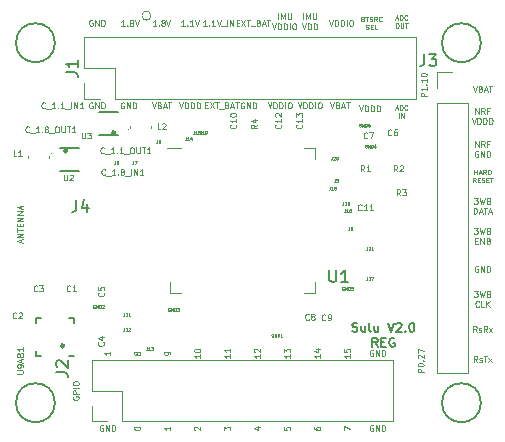
<source format=gto>
G04 #@! TF.GenerationSoftware,KiCad,Pcbnew,(5.1.6)-1*
G04 #@! TF.CreationDate,2021-11-23T16:38:20-08:00*
G04 #@! TF.ProjectId,scum3c-devboard,7363756d-3363-42d6-9465-76626f617264,rev?*
G04 #@! TF.SameCoordinates,Original*
G04 #@! TF.FileFunction,Legend,Top*
G04 #@! TF.FilePolarity,Positive*
%FSLAX46Y46*%
G04 Gerber Fmt 4.6, Leading zero omitted, Abs format (unit mm)*
G04 Created by KiCad (PCBNEW (5.1.6)-1) date 2021-11-23 16:38:20*
%MOMM*%
%LPD*%
G01*
G04 APERTURE LIST*
%ADD10C,0.254000*%
%ADD11C,0.100000*%
%ADD12C,0.080000*%
%ADD13C,0.150000*%
%ADD14C,0.127000*%
%ADD15C,0.120000*%
%ADD16C,0.101600*%
%ADD17C,0.015000*%
%ADD18C,0.050800*%
%ADD19C,0.125000*%
G04 APERTURE END LIST*
D10*
X81407000Y-79248000D02*
G75*
G03*
X81407000Y-79248000I-127000J0D01*
G01*
X85725000Y-61214000D02*
G75*
G03*
X85725000Y-61214000I-127000J0D01*
G01*
X81661000Y-62738000D02*
G75*
G03*
X81661000Y-62738000I-127000J0D01*
G01*
D11*
X111859190Y-81482285D02*
X111359190Y-81482285D01*
X111359190Y-81291809D01*
X111383000Y-81244190D01*
X111406809Y-81220380D01*
X111454428Y-81196571D01*
X111525857Y-81196571D01*
X111573476Y-81220380D01*
X111597285Y-81244190D01*
X111621095Y-81291809D01*
X111621095Y-81482285D01*
X111359190Y-80887047D02*
X111359190Y-80839428D01*
X111383000Y-80791809D01*
X111406809Y-80768000D01*
X111454428Y-80744190D01*
X111549666Y-80720380D01*
X111668714Y-80720380D01*
X111763952Y-80744190D01*
X111811571Y-80768000D01*
X111835380Y-80791809D01*
X111859190Y-80839428D01*
X111859190Y-80887047D01*
X111835380Y-80934666D01*
X111811571Y-80958476D01*
X111763952Y-80982285D01*
X111668714Y-81006095D01*
X111549666Y-81006095D01*
X111454428Y-80982285D01*
X111406809Y-80958476D01*
X111383000Y-80934666D01*
X111359190Y-80887047D01*
X111811571Y-80506095D02*
X111835380Y-80482285D01*
X111859190Y-80506095D01*
X111835380Y-80529904D01*
X111811571Y-80506095D01*
X111859190Y-80506095D01*
X111406809Y-80291809D02*
X111383000Y-80268000D01*
X111359190Y-80220380D01*
X111359190Y-80101333D01*
X111383000Y-80053714D01*
X111406809Y-80029904D01*
X111454428Y-80006095D01*
X111502047Y-80006095D01*
X111573476Y-80029904D01*
X111859190Y-80315619D01*
X111859190Y-80006095D01*
X111359190Y-79839428D02*
X111359190Y-79506095D01*
X111859190Y-79720380D01*
X112113190Y-58114285D02*
X111613190Y-58114285D01*
X111613190Y-57923809D01*
X111637000Y-57876190D01*
X111660809Y-57852380D01*
X111708428Y-57828571D01*
X111779857Y-57828571D01*
X111827476Y-57852380D01*
X111851285Y-57876190D01*
X111875095Y-57923809D01*
X111875095Y-58114285D01*
X112113190Y-57352380D02*
X112113190Y-57638095D01*
X112113190Y-57495238D02*
X111613190Y-57495238D01*
X111684619Y-57542857D01*
X111732238Y-57590476D01*
X111756047Y-57638095D01*
X112065571Y-57138095D02*
X112089380Y-57114285D01*
X112113190Y-57138095D01*
X112089380Y-57161904D01*
X112065571Y-57138095D01*
X112113190Y-57138095D01*
X112113190Y-56638095D02*
X112113190Y-56923809D01*
X112113190Y-56780952D02*
X111613190Y-56780952D01*
X111684619Y-56828571D01*
X111732238Y-56876190D01*
X111756047Y-56923809D01*
X111613190Y-56328571D02*
X111613190Y-56280952D01*
X111637000Y-56233333D01*
X111660809Y-56209523D01*
X111708428Y-56185714D01*
X111803666Y-56161904D01*
X111922714Y-56161904D01*
X112017952Y-56185714D01*
X112065571Y-56209523D01*
X112089380Y-56233333D01*
X112113190Y-56280952D01*
X112113190Y-56328571D01*
X112089380Y-56376190D01*
X112065571Y-56400000D01*
X112017952Y-56423809D01*
X111922714Y-56447619D01*
X111803666Y-56447619D01*
X111708428Y-56423809D01*
X111660809Y-56400000D01*
X111637000Y-56376190D01*
X111613190Y-56328571D01*
X116232857Y-62412190D02*
X116232857Y-61912190D01*
X116518571Y-62412190D01*
X116518571Y-61912190D01*
X117042380Y-62412190D02*
X116875714Y-62174095D01*
X116756666Y-62412190D02*
X116756666Y-61912190D01*
X116947142Y-61912190D01*
X116994761Y-61936000D01*
X117018571Y-61959809D01*
X117042380Y-62007428D01*
X117042380Y-62078857D01*
X117018571Y-62126476D01*
X116994761Y-62150285D01*
X116947142Y-62174095D01*
X116756666Y-62174095D01*
X117423333Y-62150285D02*
X117256666Y-62150285D01*
X117256666Y-62412190D02*
X117256666Y-61912190D01*
X117494761Y-61912190D01*
X116459047Y-62786000D02*
X116411428Y-62762190D01*
X116340000Y-62762190D01*
X116268571Y-62786000D01*
X116220952Y-62833619D01*
X116197142Y-62881238D01*
X116173333Y-62976476D01*
X116173333Y-63047904D01*
X116197142Y-63143142D01*
X116220952Y-63190761D01*
X116268571Y-63238380D01*
X116340000Y-63262190D01*
X116387619Y-63262190D01*
X116459047Y-63238380D01*
X116482857Y-63214571D01*
X116482857Y-63047904D01*
X116387619Y-63047904D01*
X116697142Y-63262190D02*
X116697142Y-62762190D01*
X116982857Y-63262190D01*
X116982857Y-62762190D01*
X117220952Y-63262190D02*
X117220952Y-62762190D01*
X117340000Y-62762190D01*
X117411428Y-62786000D01*
X117459047Y-62833619D01*
X117482857Y-62881238D01*
X117506666Y-62976476D01*
X117506666Y-63047904D01*
X117482857Y-63143142D01*
X117459047Y-63190761D01*
X117411428Y-63238380D01*
X117340000Y-63262190D01*
X117220952Y-63262190D01*
X93488000Y-52169190D02*
X93202285Y-52169190D01*
X93345142Y-52169190D02*
X93345142Y-51669190D01*
X93297523Y-51740619D01*
X93249904Y-51788238D01*
X93202285Y-51812047D01*
X93702285Y-52121571D02*
X93726095Y-52145380D01*
X93702285Y-52169190D01*
X93678476Y-52145380D01*
X93702285Y-52121571D01*
X93702285Y-52169190D01*
X94202285Y-52169190D02*
X93916571Y-52169190D01*
X94059428Y-52169190D02*
X94059428Y-51669190D01*
X94011809Y-51740619D01*
X93964190Y-51788238D01*
X93916571Y-51812047D01*
X94345142Y-51669190D02*
X94511809Y-52169190D01*
X94678476Y-51669190D01*
X94726095Y-52216809D02*
X95107047Y-52216809D01*
X95226095Y-52169190D02*
X95226095Y-51669190D01*
X95464190Y-52169190D02*
X95464190Y-51669190D01*
X95749904Y-52169190D01*
X95749904Y-51669190D01*
X93361047Y-58892285D02*
X93527714Y-58892285D01*
X93599142Y-59154190D02*
X93361047Y-59154190D01*
X93361047Y-58654190D01*
X93599142Y-58654190D01*
X93765809Y-58654190D02*
X94099142Y-59154190D01*
X94099142Y-58654190D02*
X93765809Y-59154190D01*
X94218190Y-58654190D02*
X94503904Y-58654190D01*
X94361047Y-59154190D02*
X94361047Y-58654190D01*
X94551523Y-59201809D02*
X94932476Y-59201809D01*
X95218190Y-58892285D02*
X95289619Y-58916095D01*
X95313428Y-58939904D01*
X95337238Y-58987523D01*
X95337238Y-59058952D01*
X95313428Y-59106571D01*
X95289619Y-59130380D01*
X95242000Y-59154190D01*
X95051523Y-59154190D01*
X95051523Y-58654190D01*
X95218190Y-58654190D01*
X95265809Y-58678000D01*
X95289619Y-58701809D01*
X95313428Y-58749428D01*
X95313428Y-58797047D01*
X95289619Y-58844666D01*
X95265809Y-58868476D01*
X95218190Y-58892285D01*
X95051523Y-58892285D01*
X95527714Y-59011333D02*
X95765809Y-59011333D01*
X95480095Y-59154190D02*
X95646761Y-58654190D01*
X95813428Y-59154190D01*
X95908666Y-58654190D02*
X96194380Y-58654190D01*
X96051523Y-59154190D02*
X96051523Y-58654190D01*
D12*
X109486761Y-59162666D02*
X109677238Y-59162666D01*
X109448666Y-59276952D02*
X109582000Y-58876952D01*
X109715333Y-59276952D01*
X109848666Y-59276952D02*
X109848666Y-58876952D01*
X109943904Y-58876952D01*
X110001047Y-58896000D01*
X110039142Y-58934095D01*
X110058190Y-58972190D01*
X110077238Y-59048380D01*
X110077238Y-59105523D01*
X110058190Y-59181714D01*
X110039142Y-59219809D01*
X110001047Y-59257904D01*
X109943904Y-59276952D01*
X109848666Y-59276952D01*
X110477238Y-59238857D02*
X110458190Y-59257904D01*
X110401047Y-59276952D01*
X110362952Y-59276952D01*
X110305809Y-59257904D01*
X110267714Y-59219809D01*
X110248666Y-59181714D01*
X110229619Y-59105523D01*
X110229619Y-59048380D01*
X110248666Y-58972190D01*
X110267714Y-58934095D01*
X110305809Y-58896000D01*
X110362952Y-58876952D01*
X110401047Y-58876952D01*
X110458190Y-58896000D01*
X110477238Y-58915047D01*
X109772476Y-59956952D02*
X109772476Y-59556952D01*
X109962952Y-59956952D02*
X109962952Y-59556952D01*
X110191523Y-59956952D01*
X110191523Y-59556952D01*
D11*
X96028047Y-51907285D02*
X96194714Y-51907285D01*
X96266142Y-52169190D02*
X96028047Y-52169190D01*
X96028047Y-51669190D01*
X96266142Y-51669190D01*
X96432809Y-51669190D02*
X96766142Y-52169190D01*
X96766142Y-51669190D02*
X96432809Y-52169190D01*
X96885190Y-51669190D02*
X97170904Y-51669190D01*
X97028047Y-52169190D02*
X97028047Y-51669190D01*
X97218523Y-52216809D02*
X97599476Y-52216809D01*
X97885190Y-51907285D02*
X97956619Y-51931095D01*
X97980428Y-51954904D01*
X98004238Y-52002523D01*
X98004238Y-52073952D01*
X97980428Y-52121571D01*
X97956619Y-52145380D01*
X97909000Y-52169190D01*
X97718523Y-52169190D01*
X97718523Y-51669190D01*
X97885190Y-51669190D01*
X97932809Y-51693000D01*
X97956619Y-51716809D01*
X97980428Y-51764428D01*
X97980428Y-51812047D01*
X97956619Y-51859666D01*
X97932809Y-51883476D01*
X97885190Y-51907285D01*
X97718523Y-51907285D01*
X98194714Y-52026333D02*
X98432809Y-52026333D01*
X98147095Y-52169190D02*
X98313761Y-51669190D01*
X98480428Y-52169190D01*
X98575666Y-51669190D02*
X98861380Y-51669190D01*
X98718523Y-52169190D02*
X98718523Y-51669190D01*
X106398333Y-58908190D02*
X106565000Y-59408190D01*
X106731666Y-58908190D01*
X106898333Y-59408190D02*
X106898333Y-58908190D01*
X107017380Y-58908190D01*
X107088809Y-58932000D01*
X107136428Y-58979619D01*
X107160238Y-59027238D01*
X107184047Y-59122476D01*
X107184047Y-59193904D01*
X107160238Y-59289142D01*
X107136428Y-59336761D01*
X107088809Y-59384380D01*
X107017380Y-59408190D01*
X106898333Y-59408190D01*
X107398333Y-59408190D02*
X107398333Y-58908190D01*
X107517380Y-58908190D01*
X107588809Y-58932000D01*
X107636428Y-58979619D01*
X107660238Y-59027238D01*
X107684047Y-59122476D01*
X107684047Y-59193904D01*
X107660238Y-59289142D01*
X107636428Y-59336761D01*
X107588809Y-59384380D01*
X107517380Y-59408190D01*
X107398333Y-59408190D01*
X107898333Y-59408190D02*
X107898333Y-58908190D01*
X108017380Y-58908190D01*
X108088809Y-58932000D01*
X108136428Y-58979619D01*
X108160238Y-59027238D01*
X108184047Y-59122476D01*
X108184047Y-59193904D01*
X108160238Y-59289142D01*
X108136428Y-59336761D01*
X108088809Y-59384380D01*
X108017380Y-59408190D01*
X107898333Y-59408190D01*
X96647047Y-58678000D02*
X96599428Y-58654190D01*
X96528000Y-58654190D01*
X96456571Y-58678000D01*
X96408952Y-58725619D01*
X96385142Y-58773238D01*
X96361333Y-58868476D01*
X96361333Y-58939904D01*
X96385142Y-59035142D01*
X96408952Y-59082761D01*
X96456571Y-59130380D01*
X96528000Y-59154190D01*
X96575619Y-59154190D01*
X96647047Y-59130380D01*
X96670857Y-59106571D01*
X96670857Y-58939904D01*
X96575619Y-58939904D01*
X96885142Y-59154190D02*
X96885142Y-58654190D01*
X97170857Y-59154190D01*
X97170857Y-58654190D01*
X97408952Y-59154190D02*
X97408952Y-58654190D01*
X97528000Y-58654190D01*
X97599428Y-58678000D01*
X97647047Y-58725619D01*
X97670857Y-58773238D01*
X97694666Y-58868476D01*
X97694666Y-58939904D01*
X97670857Y-59035142D01*
X97647047Y-59082761D01*
X97599428Y-59130380D01*
X97528000Y-59154190D01*
X97408952Y-59154190D01*
X86487047Y-58678000D02*
X86439428Y-58654190D01*
X86368000Y-58654190D01*
X86296571Y-58678000D01*
X86248952Y-58725619D01*
X86225142Y-58773238D01*
X86201333Y-58868476D01*
X86201333Y-58939904D01*
X86225142Y-59035142D01*
X86248952Y-59082761D01*
X86296571Y-59130380D01*
X86368000Y-59154190D01*
X86415619Y-59154190D01*
X86487047Y-59130380D01*
X86510857Y-59106571D01*
X86510857Y-58939904D01*
X86415619Y-58939904D01*
X86725142Y-59154190D02*
X86725142Y-58654190D01*
X87010857Y-59154190D01*
X87010857Y-58654190D01*
X87248952Y-59154190D02*
X87248952Y-58654190D01*
X87368000Y-58654190D01*
X87439428Y-58678000D01*
X87487047Y-58725619D01*
X87510857Y-58773238D01*
X87534666Y-58868476D01*
X87534666Y-58939904D01*
X87510857Y-59035142D01*
X87487047Y-59082761D01*
X87439428Y-59130380D01*
X87368000Y-59154190D01*
X87248952Y-59154190D01*
X103953571Y-58654190D02*
X104120238Y-59154190D01*
X104286904Y-58654190D01*
X104620238Y-58892285D02*
X104691666Y-58916095D01*
X104715476Y-58939904D01*
X104739285Y-58987523D01*
X104739285Y-59058952D01*
X104715476Y-59106571D01*
X104691666Y-59130380D01*
X104644047Y-59154190D01*
X104453571Y-59154190D01*
X104453571Y-58654190D01*
X104620238Y-58654190D01*
X104667857Y-58678000D01*
X104691666Y-58701809D01*
X104715476Y-58749428D01*
X104715476Y-58797047D01*
X104691666Y-58844666D01*
X104667857Y-58868476D01*
X104620238Y-58892285D01*
X104453571Y-58892285D01*
X104929761Y-59011333D02*
X105167857Y-59011333D01*
X104882142Y-59154190D02*
X105048809Y-58654190D01*
X105215476Y-59154190D01*
X105310714Y-58654190D02*
X105596428Y-58654190D01*
X105453571Y-59154190D02*
X105453571Y-58654190D01*
X89233428Y-52169190D02*
X88947714Y-52169190D01*
X89090571Y-52169190D02*
X89090571Y-51669190D01*
X89042952Y-51740619D01*
X88995333Y-51788238D01*
X88947714Y-51812047D01*
X89447714Y-52121571D02*
X89471523Y-52145380D01*
X89447714Y-52169190D01*
X89423904Y-52145380D01*
X89447714Y-52121571D01*
X89447714Y-52169190D01*
X89757238Y-51883476D02*
X89709619Y-51859666D01*
X89685809Y-51835857D01*
X89662000Y-51788238D01*
X89662000Y-51764428D01*
X89685809Y-51716809D01*
X89709619Y-51693000D01*
X89757238Y-51669190D01*
X89852476Y-51669190D01*
X89900095Y-51693000D01*
X89923904Y-51716809D01*
X89947714Y-51764428D01*
X89947714Y-51788238D01*
X89923904Y-51835857D01*
X89900095Y-51859666D01*
X89852476Y-51883476D01*
X89757238Y-51883476D01*
X89709619Y-51907285D01*
X89685809Y-51931095D01*
X89662000Y-51978714D01*
X89662000Y-52073952D01*
X89685809Y-52121571D01*
X89709619Y-52145380D01*
X89757238Y-52169190D01*
X89852476Y-52169190D01*
X89900095Y-52145380D01*
X89923904Y-52121571D01*
X89947714Y-52073952D01*
X89947714Y-51978714D01*
X89923904Y-51931095D01*
X89900095Y-51907285D01*
X89852476Y-51883476D01*
X90090571Y-51669190D02*
X90257238Y-52169190D01*
X90423904Y-51669190D01*
X86566428Y-52169190D02*
X86280714Y-52169190D01*
X86423571Y-52169190D02*
X86423571Y-51669190D01*
X86375952Y-51740619D01*
X86328333Y-51788238D01*
X86280714Y-51812047D01*
X86780714Y-52121571D02*
X86804523Y-52145380D01*
X86780714Y-52169190D01*
X86756904Y-52145380D01*
X86780714Y-52121571D01*
X86780714Y-52169190D01*
X87090238Y-51883476D02*
X87042619Y-51859666D01*
X87018809Y-51835857D01*
X86995000Y-51788238D01*
X86995000Y-51764428D01*
X87018809Y-51716809D01*
X87042619Y-51693000D01*
X87090238Y-51669190D01*
X87185476Y-51669190D01*
X87233095Y-51693000D01*
X87256904Y-51716809D01*
X87280714Y-51764428D01*
X87280714Y-51788238D01*
X87256904Y-51835857D01*
X87233095Y-51859666D01*
X87185476Y-51883476D01*
X87090238Y-51883476D01*
X87042619Y-51907285D01*
X87018809Y-51931095D01*
X86995000Y-51978714D01*
X86995000Y-52073952D01*
X87018809Y-52121571D01*
X87042619Y-52145380D01*
X87090238Y-52169190D01*
X87185476Y-52169190D01*
X87233095Y-52145380D01*
X87256904Y-52121571D01*
X87280714Y-52073952D01*
X87280714Y-51978714D01*
X87256904Y-51931095D01*
X87233095Y-51907285D01*
X87185476Y-51883476D01*
X87423571Y-51669190D02*
X87590238Y-52169190D01*
X87756904Y-51669190D01*
X91646428Y-52169190D02*
X91360714Y-52169190D01*
X91503571Y-52169190D02*
X91503571Y-51669190D01*
X91455952Y-51740619D01*
X91408333Y-51788238D01*
X91360714Y-51812047D01*
X91860714Y-52121571D02*
X91884523Y-52145380D01*
X91860714Y-52169190D01*
X91836904Y-52145380D01*
X91860714Y-52121571D01*
X91860714Y-52169190D01*
X92360714Y-52169190D02*
X92075000Y-52169190D01*
X92217857Y-52169190D02*
X92217857Y-51669190D01*
X92170238Y-51740619D01*
X92122619Y-51788238D01*
X92075000Y-51812047D01*
X92503571Y-51669190D02*
X92670238Y-52169190D01*
X92836904Y-51669190D01*
X83820047Y-58678000D02*
X83772428Y-58654190D01*
X83701000Y-58654190D01*
X83629571Y-58678000D01*
X83581952Y-58725619D01*
X83558142Y-58773238D01*
X83534333Y-58868476D01*
X83534333Y-58939904D01*
X83558142Y-59035142D01*
X83581952Y-59082761D01*
X83629571Y-59130380D01*
X83701000Y-59154190D01*
X83748619Y-59154190D01*
X83820047Y-59130380D01*
X83843857Y-59106571D01*
X83843857Y-58939904D01*
X83748619Y-58939904D01*
X84058142Y-59154190D02*
X84058142Y-58654190D01*
X84343857Y-59154190D01*
X84343857Y-58654190D01*
X84581952Y-59154190D02*
X84581952Y-58654190D01*
X84701000Y-58654190D01*
X84772428Y-58678000D01*
X84820047Y-58725619D01*
X84843857Y-58773238D01*
X84867666Y-58868476D01*
X84867666Y-58939904D01*
X84843857Y-59035142D01*
X84820047Y-59082761D01*
X84772428Y-59130380D01*
X84701000Y-59154190D01*
X84581952Y-59154190D01*
X77807333Y-70496714D02*
X77807333Y-70258619D01*
X77950190Y-70544333D02*
X77450190Y-70377666D01*
X77950190Y-70211000D01*
X77950190Y-70044333D02*
X77450190Y-70044333D01*
X77950190Y-69758619D01*
X77450190Y-69758619D01*
X77450190Y-69591952D02*
X77450190Y-69306238D01*
X77950190Y-69449095D02*
X77450190Y-69449095D01*
X77688285Y-69139571D02*
X77688285Y-68972904D01*
X77950190Y-68901476D02*
X77950190Y-69139571D01*
X77450190Y-69139571D01*
X77450190Y-68901476D01*
X77950190Y-68687190D02*
X77450190Y-68687190D01*
X77950190Y-68401476D01*
X77450190Y-68401476D01*
X77950190Y-68163380D02*
X77450190Y-68163380D01*
X77950190Y-67877666D01*
X77450190Y-67877666D01*
X77807333Y-67663380D02*
X77807333Y-67425285D01*
X77950190Y-67711000D02*
X77450190Y-67544333D01*
X77950190Y-67377666D01*
X84709047Y-85983000D02*
X84661428Y-85959190D01*
X84590000Y-85959190D01*
X84518571Y-85983000D01*
X84470952Y-86030619D01*
X84447142Y-86078238D01*
X84423333Y-86173476D01*
X84423333Y-86244904D01*
X84447142Y-86340142D01*
X84470952Y-86387761D01*
X84518571Y-86435380D01*
X84590000Y-86459190D01*
X84637619Y-86459190D01*
X84709047Y-86435380D01*
X84732857Y-86411571D01*
X84732857Y-86244904D01*
X84637619Y-86244904D01*
X84947142Y-86459190D02*
X84947142Y-85959190D01*
X85232857Y-86459190D01*
X85232857Y-85959190D01*
X85470952Y-86459190D02*
X85470952Y-85959190D01*
X85590000Y-85959190D01*
X85661428Y-85983000D01*
X85709047Y-86030619D01*
X85732857Y-86078238D01*
X85756666Y-86173476D01*
X85756666Y-86244904D01*
X85732857Y-86340142D01*
X85709047Y-86387761D01*
X85661428Y-86435380D01*
X85590000Y-86459190D01*
X85470952Y-86459190D01*
X85316190Y-79740142D02*
X85316190Y-80025857D01*
X85316190Y-79883000D02*
X84816190Y-79883000D01*
X84887619Y-79930619D01*
X84935238Y-79978238D01*
X84959047Y-80025857D01*
D13*
X80645000Y-53594000D02*
G75*
G03*
X80645000Y-53594000I-1651000J0D01*
G01*
X80645000Y-84074000D02*
G75*
G03*
X80645000Y-84074000I-1651000J0D01*
G01*
X116713000Y-84074000D02*
G75*
G03*
X116713000Y-84074000I-1651000J0D01*
G01*
X116713000Y-53594000D02*
G75*
G03*
X116713000Y-53594000I-1651000J0D01*
G01*
D11*
X107569047Y-85983000D02*
X107521428Y-85959190D01*
X107450000Y-85959190D01*
X107378571Y-85983000D01*
X107330952Y-86030619D01*
X107307142Y-86078238D01*
X107283333Y-86173476D01*
X107283333Y-86244904D01*
X107307142Y-86340142D01*
X107330952Y-86387761D01*
X107378571Y-86435380D01*
X107450000Y-86459190D01*
X107497619Y-86459190D01*
X107569047Y-86435380D01*
X107592857Y-86411571D01*
X107592857Y-86244904D01*
X107497619Y-86244904D01*
X107807142Y-86459190D02*
X107807142Y-85959190D01*
X108092857Y-86459190D01*
X108092857Y-85959190D01*
X108330952Y-86459190D02*
X108330952Y-85959190D01*
X108450000Y-85959190D01*
X108521428Y-85983000D01*
X108569047Y-86030619D01*
X108592857Y-86078238D01*
X108616666Y-86173476D01*
X108616666Y-86244904D01*
X108592857Y-86340142D01*
X108569047Y-86387761D01*
X108521428Y-86435380D01*
X108450000Y-86459190D01*
X108330952Y-86459190D01*
X107569047Y-79633000D02*
X107521428Y-79609190D01*
X107450000Y-79609190D01*
X107378571Y-79633000D01*
X107330952Y-79680619D01*
X107307142Y-79728238D01*
X107283333Y-79823476D01*
X107283333Y-79894904D01*
X107307142Y-79990142D01*
X107330952Y-80037761D01*
X107378571Y-80085380D01*
X107450000Y-80109190D01*
X107497619Y-80109190D01*
X107569047Y-80085380D01*
X107592857Y-80061571D01*
X107592857Y-79894904D01*
X107497619Y-79894904D01*
X107807142Y-80109190D02*
X107807142Y-79609190D01*
X108092857Y-80109190D01*
X108092857Y-79609190D01*
X108330952Y-80109190D02*
X108330952Y-79609190D01*
X108450000Y-79609190D01*
X108521428Y-79633000D01*
X108569047Y-79680619D01*
X108592857Y-79728238D01*
X108616666Y-79823476D01*
X108616666Y-79894904D01*
X108592857Y-79990142D01*
X108569047Y-80037761D01*
X108521428Y-80085380D01*
X108450000Y-80109190D01*
X108330952Y-80109190D01*
D12*
X116154285Y-64737952D02*
X116154285Y-64337952D01*
X116154285Y-64528428D02*
X116382857Y-64528428D01*
X116382857Y-64737952D02*
X116382857Y-64337952D01*
X116554285Y-64623666D02*
X116744761Y-64623666D01*
X116516190Y-64737952D02*
X116649523Y-64337952D01*
X116782857Y-64737952D01*
X117144761Y-64737952D02*
X117011428Y-64547476D01*
X116916190Y-64737952D02*
X116916190Y-64337952D01*
X117068571Y-64337952D01*
X117106666Y-64357000D01*
X117125714Y-64376047D01*
X117144761Y-64414142D01*
X117144761Y-64471285D01*
X117125714Y-64509380D01*
X117106666Y-64528428D01*
X117068571Y-64547476D01*
X116916190Y-64547476D01*
X117316190Y-64737952D02*
X117316190Y-64337952D01*
X117411428Y-64337952D01*
X117468571Y-64357000D01*
X117506666Y-64395095D01*
X117525714Y-64433190D01*
X117544761Y-64509380D01*
X117544761Y-64566523D01*
X117525714Y-64642714D01*
X117506666Y-64680809D01*
X117468571Y-64718904D01*
X117411428Y-64737952D01*
X117316190Y-64737952D01*
X116259047Y-65417952D02*
X116125714Y-65227476D01*
X116030476Y-65417952D02*
X116030476Y-65017952D01*
X116182857Y-65017952D01*
X116220952Y-65037000D01*
X116240000Y-65056047D01*
X116259047Y-65094142D01*
X116259047Y-65151285D01*
X116240000Y-65189380D01*
X116220952Y-65208428D01*
X116182857Y-65227476D01*
X116030476Y-65227476D01*
X116430476Y-65208428D02*
X116563809Y-65208428D01*
X116620952Y-65417952D02*
X116430476Y-65417952D01*
X116430476Y-65017952D01*
X116620952Y-65017952D01*
X116773333Y-65398904D02*
X116830476Y-65417952D01*
X116925714Y-65417952D01*
X116963809Y-65398904D01*
X116982857Y-65379857D01*
X117001904Y-65341761D01*
X117001904Y-65303666D01*
X116982857Y-65265571D01*
X116963809Y-65246523D01*
X116925714Y-65227476D01*
X116849523Y-65208428D01*
X116811428Y-65189380D01*
X116792380Y-65170333D01*
X116773333Y-65132238D01*
X116773333Y-65094142D01*
X116792380Y-65056047D01*
X116811428Y-65037000D01*
X116849523Y-65017952D01*
X116944761Y-65017952D01*
X117001904Y-65037000D01*
X117173333Y-65208428D02*
X117306666Y-65208428D01*
X117363809Y-65417952D02*
X117173333Y-65417952D01*
X117173333Y-65017952D01*
X117363809Y-65017952D01*
X117478095Y-65017952D02*
X117706666Y-65017952D01*
X117592380Y-65417952D02*
X117592380Y-65017952D01*
D11*
X99528380Y-51617190D02*
X99528380Y-51117190D01*
X99766476Y-51617190D02*
X99766476Y-51117190D01*
X99933142Y-51474333D01*
X100099809Y-51117190D01*
X100099809Y-51617190D01*
X100337904Y-51117190D02*
X100337904Y-51521952D01*
X100361714Y-51569571D01*
X100385523Y-51593380D01*
X100433142Y-51617190D01*
X100528380Y-51617190D01*
X100576000Y-51593380D01*
X100599809Y-51569571D01*
X100623619Y-51521952D01*
X100623619Y-51117190D01*
X99028380Y-51967190D02*
X99195047Y-52467190D01*
X99361714Y-51967190D01*
X99528380Y-52467190D02*
X99528380Y-51967190D01*
X99647428Y-51967190D01*
X99718857Y-51991000D01*
X99766476Y-52038619D01*
X99790285Y-52086238D01*
X99814095Y-52181476D01*
X99814095Y-52252904D01*
X99790285Y-52348142D01*
X99766476Y-52395761D01*
X99718857Y-52443380D01*
X99647428Y-52467190D01*
X99528380Y-52467190D01*
X100028380Y-52467190D02*
X100028380Y-51967190D01*
X100147428Y-51967190D01*
X100218857Y-51991000D01*
X100266476Y-52038619D01*
X100290285Y-52086238D01*
X100314095Y-52181476D01*
X100314095Y-52252904D01*
X100290285Y-52348142D01*
X100266476Y-52395761D01*
X100218857Y-52443380D01*
X100147428Y-52467190D01*
X100028380Y-52467190D01*
X100528380Y-52467190D02*
X100528380Y-51967190D01*
X100861714Y-51967190D02*
X100956952Y-51967190D01*
X101004571Y-51991000D01*
X101052190Y-52038619D01*
X101076000Y-52133857D01*
X101076000Y-52300523D01*
X101052190Y-52395761D01*
X101004571Y-52443380D01*
X100956952Y-52467190D01*
X100861714Y-52467190D01*
X100814095Y-52443380D01*
X100766476Y-52395761D01*
X100742666Y-52300523D01*
X100742666Y-52133857D01*
X100766476Y-52038619D01*
X100814095Y-51991000D01*
X100861714Y-51967190D01*
X101187380Y-58654190D02*
X101354047Y-59154190D01*
X101520714Y-58654190D01*
X101687380Y-59154190D02*
X101687380Y-58654190D01*
X101806428Y-58654190D01*
X101877857Y-58678000D01*
X101925476Y-58725619D01*
X101949285Y-58773238D01*
X101973095Y-58868476D01*
X101973095Y-58939904D01*
X101949285Y-59035142D01*
X101925476Y-59082761D01*
X101877857Y-59130380D01*
X101806428Y-59154190D01*
X101687380Y-59154190D01*
X102187380Y-59154190D02*
X102187380Y-58654190D01*
X102306428Y-58654190D01*
X102377857Y-58678000D01*
X102425476Y-58725619D01*
X102449285Y-58773238D01*
X102473095Y-58868476D01*
X102473095Y-58939904D01*
X102449285Y-59035142D01*
X102425476Y-59082761D01*
X102377857Y-59130380D01*
X102306428Y-59154190D01*
X102187380Y-59154190D01*
X102687380Y-59154190D02*
X102687380Y-58654190D01*
X103020714Y-58654190D02*
X103115952Y-58654190D01*
X103163571Y-58678000D01*
X103211190Y-58725619D01*
X103235000Y-58820857D01*
X103235000Y-58987523D01*
X103211190Y-59082761D01*
X103163571Y-59130380D01*
X103115952Y-59154190D01*
X103020714Y-59154190D01*
X102973095Y-59130380D01*
X102925476Y-59082761D01*
X102901666Y-58987523D01*
X102901666Y-58820857D01*
X102925476Y-58725619D01*
X102973095Y-58678000D01*
X103020714Y-58654190D01*
X103854380Y-51669190D02*
X104021047Y-52169190D01*
X104187714Y-51669190D01*
X104354380Y-52169190D02*
X104354380Y-51669190D01*
X104473428Y-51669190D01*
X104544857Y-51693000D01*
X104592476Y-51740619D01*
X104616285Y-51788238D01*
X104640095Y-51883476D01*
X104640095Y-51954904D01*
X104616285Y-52050142D01*
X104592476Y-52097761D01*
X104544857Y-52145380D01*
X104473428Y-52169190D01*
X104354380Y-52169190D01*
X104854380Y-52169190D02*
X104854380Y-51669190D01*
X104973428Y-51669190D01*
X105044857Y-51693000D01*
X105092476Y-51740619D01*
X105116285Y-51788238D01*
X105140095Y-51883476D01*
X105140095Y-51954904D01*
X105116285Y-52050142D01*
X105092476Y-52097761D01*
X105044857Y-52145380D01*
X104973428Y-52169190D01*
X104854380Y-52169190D01*
X105354380Y-52169190D02*
X105354380Y-51669190D01*
X105687714Y-51669190D02*
X105782952Y-51669190D01*
X105830571Y-51693000D01*
X105878190Y-51740619D01*
X105902000Y-51835857D01*
X105902000Y-52002523D01*
X105878190Y-52097761D01*
X105830571Y-52145380D01*
X105782952Y-52169190D01*
X105687714Y-52169190D01*
X105640095Y-52145380D01*
X105592476Y-52097761D01*
X105568666Y-52002523D01*
X105568666Y-51835857D01*
X105592476Y-51740619D01*
X105640095Y-51693000D01*
X105687714Y-51669190D01*
X116232857Y-59618190D02*
X116232857Y-59118190D01*
X116518571Y-59618190D01*
X116518571Y-59118190D01*
X117042380Y-59618190D02*
X116875714Y-59380095D01*
X116756666Y-59618190D02*
X116756666Y-59118190D01*
X116947142Y-59118190D01*
X116994761Y-59142000D01*
X117018571Y-59165809D01*
X117042380Y-59213428D01*
X117042380Y-59284857D01*
X117018571Y-59332476D01*
X116994761Y-59356285D01*
X116947142Y-59380095D01*
X116756666Y-59380095D01*
X117423333Y-59356285D02*
X117256666Y-59356285D01*
X117256666Y-59618190D02*
X117256666Y-59118190D01*
X117494761Y-59118190D01*
X115923333Y-59968190D02*
X116090000Y-60468190D01*
X116256666Y-59968190D01*
X116423333Y-60468190D02*
X116423333Y-59968190D01*
X116542380Y-59968190D01*
X116613809Y-59992000D01*
X116661428Y-60039619D01*
X116685238Y-60087238D01*
X116709047Y-60182476D01*
X116709047Y-60253904D01*
X116685238Y-60349142D01*
X116661428Y-60396761D01*
X116613809Y-60444380D01*
X116542380Y-60468190D01*
X116423333Y-60468190D01*
X116923333Y-60468190D02*
X116923333Y-59968190D01*
X117042380Y-59968190D01*
X117113809Y-59992000D01*
X117161428Y-60039619D01*
X117185238Y-60087238D01*
X117209047Y-60182476D01*
X117209047Y-60253904D01*
X117185238Y-60349142D01*
X117161428Y-60396761D01*
X117113809Y-60444380D01*
X117042380Y-60468190D01*
X116923333Y-60468190D01*
X117423333Y-60468190D02*
X117423333Y-59968190D01*
X117542380Y-59968190D01*
X117613809Y-59992000D01*
X117661428Y-60039619D01*
X117685238Y-60087238D01*
X117709047Y-60182476D01*
X117709047Y-60253904D01*
X117685238Y-60349142D01*
X117661428Y-60396761D01*
X117613809Y-60444380D01*
X117542380Y-60468190D01*
X117423333Y-60468190D01*
X95476190Y-79978238D02*
X95476190Y-80263952D01*
X95476190Y-80121095D02*
X94976190Y-80121095D01*
X95047619Y-80168714D01*
X95095238Y-80216333D01*
X95119047Y-80263952D01*
X95476190Y-79502047D02*
X95476190Y-79787761D01*
X95476190Y-79644904D02*
X94976190Y-79644904D01*
X95047619Y-79692523D01*
X95095238Y-79740142D01*
X95119047Y-79787761D01*
D12*
X106727714Y-51574428D02*
X106784857Y-51593476D01*
X106803904Y-51612523D01*
X106822952Y-51650619D01*
X106822952Y-51707761D01*
X106803904Y-51745857D01*
X106784857Y-51764904D01*
X106746761Y-51783952D01*
X106594380Y-51783952D01*
X106594380Y-51383952D01*
X106727714Y-51383952D01*
X106765809Y-51403000D01*
X106784857Y-51422047D01*
X106803904Y-51460142D01*
X106803904Y-51498238D01*
X106784857Y-51536333D01*
X106765809Y-51555380D01*
X106727714Y-51574428D01*
X106594380Y-51574428D01*
X106937238Y-51383952D02*
X107165809Y-51383952D01*
X107051523Y-51783952D02*
X107051523Y-51383952D01*
X107280095Y-51764904D02*
X107337238Y-51783952D01*
X107432476Y-51783952D01*
X107470571Y-51764904D01*
X107489619Y-51745857D01*
X107508666Y-51707761D01*
X107508666Y-51669666D01*
X107489619Y-51631571D01*
X107470571Y-51612523D01*
X107432476Y-51593476D01*
X107356285Y-51574428D01*
X107318190Y-51555380D01*
X107299142Y-51536333D01*
X107280095Y-51498238D01*
X107280095Y-51460142D01*
X107299142Y-51422047D01*
X107318190Y-51403000D01*
X107356285Y-51383952D01*
X107451523Y-51383952D01*
X107508666Y-51403000D01*
X107908666Y-51783952D02*
X107775333Y-51593476D01*
X107680095Y-51783952D02*
X107680095Y-51383952D01*
X107832476Y-51383952D01*
X107870571Y-51403000D01*
X107889619Y-51422047D01*
X107908666Y-51460142D01*
X107908666Y-51517285D01*
X107889619Y-51555380D01*
X107870571Y-51574428D01*
X107832476Y-51593476D01*
X107680095Y-51593476D01*
X108308666Y-51745857D02*
X108289619Y-51764904D01*
X108232476Y-51783952D01*
X108194380Y-51783952D01*
X108137238Y-51764904D01*
X108099142Y-51726809D01*
X108080095Y-51688714D01*
X108061047Y-51612523D01*
X108061047Y-51555380D01*
X108080095Y-51479190D01*
X108099142Y-51441095D01*
X108137238Y-51403000D01*
X108194380Y-51383952D01*
X108232476Y-51383952D01*
X108289619Y-51403000D01*
X108308666Y-51422047D01*
X106984857Y-52444904D02*
X107042000Y-52463952D01*
X107137238Y-52463952D01*
X107175333Y-52444904D01*
X107194380Y-52425857D01*
X107213428Y-52387761D01*
X107213428Y-52349666D01*
X107194380Y-52311571D01*
X107175333Y-52292523D01*
X107137238Y-52273476D01*
X107061047Y-52254428D01*
X107022952Y-52235380D01*
X107003904Y-52216333D01*
X106984857Y-52178238D01*
X106984857Y-52140142D01*
X107003904Y-52102047D01*
X107022952Y-52083000D01*
X107061047Y-52063952D01*
X107156285Y-52063952D01*
X107213428Y-52083000D01*
X107384857Y-52254428D02*
X107518190Y-52254428D01*
X107575333Y-52463952D02*
X107384857Y-52463952D01*
X107384857Y-52063952D01*
X107575333Y-52063952D01*
X107937238Y-52463952D02*
X107746761Y-52463952D01*
X107746761Y-52063952D01*
D11*
X82173000Y-83558000D02*
X82149190Y-83605619D01*
X82149190Y-83677047D01*
X82173000Y-83748476D01*
X82220619Y-83796095D01*
X82268238Y-83819904D01*
X82363476Y-83843714D01*
X82434904Y-83843714D01*
X82530142Y-83819904D01*
X82577761Y-83796095D01*
X82625380Y-83748476D01*
X82649190Y-83677047D01*
X82649190Y-83629428D01*
X82625380Y-83558000D01*
X82601571Y-83534190D01*
X82434904Y-83534190D01*
X82434904Y-83629428D01*
X82649190Y-83319904D02*
X82149190Y-83319904D01*
X82149190Y-83129428D01*
X82173000Y-83081809D01*
X82196809Y-83058000D01*
X82244428Y-83034190D01*
X82315857Y-83034190D01*
X82363476Y-83058000D01*
X82387285Y-83081809D01*
X82411095Y-83129428D01*
X82411095Y-83319904D01*
X82649190Y-82819904D02*
X82149190Y-82819904D01*
X82149190Y-82486571D02*
X82149190Y-82391333D01*
X82173000Y-82343714D01*
X82220619Y-82296095D01*
X82315857Y-82272285D01*
X82482523Y-82272285D01*
X82577761Y-82296095D01*
X82625380Y-82343714D01*
X82649190Y-82391333D01*
X82649190Y-82486571D01*
X82625380Y-82534190D01*
X82577761Y-82581809D01*
X82482523Y-82605619D01*
X82315857Y-82605619D01*
X82220619Y-82581809D01*
X82173000Y-82534190D01*
X82149190Y-82486571D01*
D14*
X105827285Y-78032428D02*
X105936142Y-78068714D01*
X106117571Y-78068714D01*
X106190142Y-78032428D01*
X106226428Y-77996142D01*
X106262714Y-77923571D01*
X106262714Y-77851000D01*
X106226428Y-77778428D01*
X106190142Y-77742142D01*
X106117571Y-77705857D01*
X105972428Y-77669571D01*
X105899857Y-77633285D01*
X105863571Y-77597000D01*
X105827285Y-77524428D01*
X105827285Y-77451857D01*
X105863571Y-77379285D01*
X105899857Y-77343000D01*
X105972428Y-77306714D01*
X106153857Y-77306714D01*
X106262714Y-77343000D01*
X106915857Y-77560714D02*
X106915857Y-78068714D01*
X106589285Y-77560714D02*
X106589285Y-77959857D01*
X106625571Y-78032428D01*
X106698142Y-78068714D01*
X106807000Y-78068714D01*
X106879571Y-78032428D01*
X106915857Y-77996142D01*
X107387571Y-78068714D02*
X107315000Y-78032428D01*
X107278714Y-77959857D01*
X107278714Y-77306714D01*
X108004428Y-77560714D02*
X108004428Y-78068714D01*
X107677857Y-77560714D02*
X107677857Y-77959857D01*
X107714142Y-78032428D01*
X107786714Y-78068714D01*
X107895571Y-78068714D01*
X107968142Y-78032428D01*
X108004428Y-77996142D01*
X108839000Y-77306714D02*
X109093000Y-78068714D01*
X109347000Y-77306714D01*
X109564714Y-77379285D02*
X109601000Y-77343000D01*
X109673571Y-77306714D01*
X109855000Y-77306714D01*
X109927571Y-77343000D01*
X109963857Y-77379285D01*
X110000142Y-77451857D01*
X110000142Y-77524428D01*
X109963857Y-77633285D01*
X109528428Y-78068714D01*
X110000142Y-78068714D01*
X110326714Y-77996142D02*
X110363000Y-78032428D01*
X110326714Y-78068714D01*
X110290428Y-78032428D01*
X110326714Y-77996142D01*
X110326714Y-78068714D01*
X110834714Y-77306714D02*
X110907285Y-77306714D01*
X110979857Y-77343000D01*
X111016142Y-77379285D01*
X111052428Y-77451857D01*
X111088714Y-77597000D01*
X111088714Y-77778428D01*
X111052428Y-77923571D01*
X111016142Y-77996142D01*
X110979857Y-78032428D01*
X110907285Y-78068714D01*
X110834714Y-78068714D01*
X110762142Y-78032428D01*
X110725857Y-77996142D01*
X110689571Y-77923571D01*
X110653285Y-77778428D01*
X110653285Y-77597000D01*
X110689571Y-77451857D01*
X110725857Y-77379285D01*
X110762142Y-77343000D01*
X110834714Y-77306714D01*
X107968142Y-79338714D02*
X107714142Y-78975857D01*
X107532714Y-79338714D02*
X107532714Y-78576714D01*
X107823000Y-78576714D01*
X107895571Y-78613000D01*
X107931857Y-78649285D01*
X107968142Y-78721857D01*
X107968142Y-78830714D01*
X107931857Y-78903285D01*
X107895571Y-78939571D01*
X107823000Y-78975857D01*
X107532714Y-78975857D01*
X108294714Y-78939571D02*
X108548714Y-78939571D01*
X108657571Y-79338714D02*
X108294714Y-79338714D01*
X108294714Y-78576714D01*
X108657571Y-78576714D01*
X109383285Y-78613000D02*
X109310714Y-78576714D01*
X109201857Y-78576714D01*
X109093000Y-78613000D01*
X109020428Y-78685571D01*
X108984142Y-78758142D01*
X108947857Y-78903285D01*
X108947857Y-79012142D01*
X108984142Y-79157285D01*
X109020428Y-79229857D01*
X109093000Y-79302428D01*
X109201857Y-79338714D01*
X109274428Y-79338714D01*
X109383285Y-79302428D01*
X109419571Y-79266142D01*
X109419571Y-79012142D01*
X109274428Y-79012142D01*
D11*
X116459047Y-72521000D02*
X116411428Y-72497190D01*
X116340000Y-72497190D01*
X116268571Y-72521000D01*
X116220952Y-72568619D01*
X116197142Y-72616238D01*
X116173333Y-72711476D01*
X116173333Y-72782904D01*
X116197142Y-72878142D01*
X116220952Y-72925761D01*
X116268571Y-72973380D01*
X116340000Y-72997190D01*
X116387619Y-72997190D01*
X116459047Y-72973380D01*
X116482857Y-72949571D01*
X116482857Y-72782904D01*
X116387619Y-72782904D01*
X116697142Y-72997190D02*
X116697142Y-72497190D01*
X116982857Y-72997190D01*
X116982857Y-72497190D01*
X117220952Y-72997190D02*
X117220952Y-72497190D01*
X117340000Y-72497190D01*
X117411428Y-72521000D01*
X117459047Y-72568619D01*
X117482857Y-72616238D01*
X117506666Y-72711476D01*
X117506666Y-72782904D01*
X117482857Y-72878142D01*
X117459047Y-72925761D01*
X117411428Y-72973380D01*
X117340000Y-72997190D01*
X117220952Y-72997190D01*
X83820047Y-51693000D02*
X83772428Y-51669190D01*
X83701000Y-51669190D01*
X83629571Y-51693000D01*
X83581952Y-51740619D01*
X83558142Y-51788238D01*
X83534333Y-51883476D01*
X83534333Y-51954904D01*
X83558142Y-52050142D01*
X83581952Y-52097761D01*
X83629571Y-52145380D01*
X83701000Y-52169190D01*
X83748619Y-52169190D01*
X83820047Y-52145380D01*
X83843857Y-52121571D01*
X83843857Y-51954904D01*
X83748619Y-51954904D01*
X84058142Y-52169190D02*
X84058142Y-51669190D01*
X84343857Y-52169190D01*
X84343857Y-51669190D01*
X84581952Y-52169190D02*
X84581952Y-51669190D01*
X84701000Y-51669190D01*
X84772428Y-51693000D01*
X84820047Y-51740619D01*
X84843857Y-51788238D01*
X84867666Y-51883476D01*
X84867666Y-51954904D01*
X84843857Y-52050142D01*
X84820047Y-52097761D01*
X84772428Y-52145380D01*
X84701000Y-52169190D01*
X84581952Y-52169190D01*
X88840571Y-58654190D02*
X89007238Y-59154190D01*
X89173904Y-58654190D01*
X89507238Y-58892285D02*
X89578666Y-58916095D01*
X89602476Y-58939904D01*
X89626285Y-58987523D01*
X89626285Y-59058952D01*
X89602476Y-59106571D01*
X89578666Y-59130380D01*
X89531047Y-59154190D01*
X89340571Y-59154190D01*
X89340571Y-58654190D01*
X89507238Y-58654190D01*
X89554857Y-58678000D01*
X89578666Y-58701809D01*
X89602476Y-58749428D01*
X89602476Y-58797047D01*
X89578666Y-58844666D01*
X89554857Y-58868476D01*
X89507238Y-58892285D01*
X89340571Y-58892285D01*
X89816761Y-59011333D02*
X90054857Y-59011333D01*
X89769142Y-59154190D02*
X89935809Y-58654190D01*
X90102476Y-59154190D01*
X90197714Y-58654190D02*
X90483428Y-58654190D01*
X90340571Y-59154190D02*
X90340571Y-58654190D01*
X98647380Y-58654190D02*
X98814047Y-59154190D01*
X98980714Y-58654190D01*
X99147380Y-59154190D02*
X99147380Y-58654190D01*
X99266428Y-58654190D01*
X99337857Y-58678000D01*
X99385476Y-58725619D01*
X99409285Y-58773238D01*
X99433095Y-58868476D01*
X99433095Y-58939904D01*
X99409285Y-59035142D01*
X99385476Y-59082761D01*
X99337857Y-59130380D01*
X99266428Y-59154190D01*
X99147380Y-59154190D01*
X99647380Y-59154190D02*
X99647380Y-58654190D01*
X99766428Y-58654190D01*
X99837857Y-58678000D01*
X99885476Y-58725619D01*
X99909285Y-58773238D01*
X99933095Y-58868476D01*
X99933095Y-58939904D01*
X99909285Y-59035142D01*
X99885476Y-59082761D01*
X99837857Y-59130380D01*
X99766428Y-59154190D01*
X99647380Y-59154190D01*
X100147380Y-59154190D02*
X100147380Y-58654190D01*
X100480714Y-58654190D02*
X100575952Y-58654190D01*
X100623571Y-58678000D01*
X100671190Y-58725619D01*
X100695000Y-58820857D01*
X100695000Y-58987523D01*
X100671190Y-59082761D01*
X100623571Y-59130380D01*
X100575952Y-59154190D01*
X100480714Y-59154190D01*
X100433095Y-59130380D01*
X100385476Y-59082761D01*
X100361666Y-58987523D01*
X100361666Y-58820857D01*
X100385476Y-58725619D01*
X100433095Y-58678000D01*
X100480714Y-58654190D01*
X101687380Y-51617190D02*
X101687380Y-51117190D01*
X101925476Y-51617190D02*
X101925476Y-51117190D01*
X102092142Y-51474333D01*
X102258809Y-51117190D01*
X102258809Y-51617190D01*
X102496904Y-51117190D02*
X102496904Y-51521952D01*
X102520714Y-51569571D01*
X102544523Y-51593380D01*
X102592142Y-51617190D01*
X102687380Y-51617190D01*
X102735000Y-51593380D01*
X102758809Y-51569571D01*
X102782619Y-51521952D01*
X102782619Y-51117190D01*
X101568333Y-51967190D02*
X101735000Y-52467190D01*
X101901666Y-51967190D01*
X102068333Y-52467190D02*
X102068333Y-51967190D01*
X102187380Y-51967190D01*
X102258809Y-51991000D01*
X102306428Y-52038619D01*
X102330238Y-52086238D01*
X102354047Y-52181476D01*
X102354047Y-52252904D01*
X102330238Y-52348142D01*
X102306428Y-52395761D01*
X102258809Y-52443380D01*
X102187380Y-52467190D01*
X102068333Y-52467190D01*
X102568333Y-52467190D02*
X102568333Y-51967190D01*
X102687380Y-51967190D01*
X102758809Y-51991000D01*
X102806428Y-52038619D01*
X102830238Y-52086238D01*
X102854047Y-52181476D01*
X102854047Y-52252904D01*
X102830238Y-52348142D01*
X102806428Y-52395761D01*
X102758809Y-52443380D01*
X102687380Y-52467190D01*
X102568333Y-52467190D01*
X105636190Y-79978238D02*
X105636190Y-80263952D01*
X105636190Y-80121095D02*
X105136190Y-80121095D01*
X105207619Y-80168714D01*
X105255238Y-80216333D01*
X105279047Y-80263952D01*
X105136190Y-79525857D02*
X105136190Y-79763952D01*
X105374285Y-79787761D01*
X105350476Y-79763952D01*
X105326666Y-79716333D01*
X105326666Y-79597285D01*
X105350476Y-79549666D01*
X105374285Y-79525857D01*
X105421904Y-79502047D01*
X105540952Y-79502047D01*
X105588571Y-79525857D01*
X105612380Y-79549666D01*
X105636190Y-79597285D01*
X105636190Y-79716333D01*
X105612380Y-79763952D01*
X105588571Y-79787761D01*
X103096190Y-79978238D02*
X103096190Y-80263952D01*
X103096190Y-80121095D02*
X102596190Y-80121095D01*
X102667619Y-80168714D01*
X102715238Y-80216333D01*
X102739047Y-80263952D01*
X102762857Y-79549666D02*
X103096190Y-79549666D01*
X102572380Y-79668714D02*
X102929523Y-79787761D01*
X102929523Y-79478238D01*
X100556190Y-79978238D02*
X100556190Y-80263952D01*
X100556190Y-80121095D02*
X100056190Y-80121095D01*
X100127619Y-80168714D01*
X100175238Y-80216333D01*
X100199047Y-80263952D01*
X100056190Y-79811571D02*
X100056190Y-79502047D01*
X100246666Y-79668714D01*
X100246666Y-79597285D01*
X100270476Y-79549666D01*
X100294285Y-79525857D01*
X100341904Y-79502047D01*
X100460952Y-79502047D01*
X100508571Y-79525857D01*
X100532380Y-79549666D01*
X100556190Y-79597285D01*
X100556190Y-79740142D01*
X100532380Y-79787761D01*
X100508571Y-79811571D01*
X98016190Y-79978238D02*
X98016190Y-80263952D01*
X98016190Y-80121095D02*
X97516190Y-80121095D01*
X97587619Y-80168714D01*
X97635238Y-80216333D01*
X97659047Y-80263952D01*
X97563809Y-79787761D02*
X97540000Y-79763952D01*
X97516190Y-79716333D01*
X97516190Y-79597285D01*
X97540000Y-79549666D01*
X97563809Y-79525857D01*
X97611428Y-79502047D01*
X97659047Y-79502047D01*
X97730476Y-79525857D01*
X98016190Y-79811571D01*
X98016190Y-79502047D01*
X116399523Y-80617190D02*
X116232857Y-80379095D01*
X116113809Y-80617190D02*
X116113809Y-80117190D01*
X116304285Y-80117190D01*
X116351904Y-80141000D01*
X116375714Y-80164809D01*
X116399523Y-80212428D01*
X116399523Y-80283857D01*
X116375714Y-80331476D01*
X116351904Y-80355285D01*
X116304285Y-80379095D01*
X116113809Y-80379095D01*
X116590000Y-80593380D02*
X116637619Y-80617190D01*
X116732857Y-80617190D01*
X116780476Y-80593380D01*
X116804285Y-80545761D01*
X116804285Y-80521952D01*
X116780476Y-80474333D01*
X116732857Y-80450523D01*
X116661428Y-80450523D01*
X116613809Y-80426714D01*
X116590000Y-80379095D01*
X116590000Y-80355285D01*
X116613809Y-80307666D01*
X116661428Y-80283857D01*
X116732857Y-80283857D01*
X116780476Y-80307666D01*
X116947142Y-80117190D02*
X117232857Y-80117190D01*
X117090000Y-80617190D02*
X117090000Y-80117190D01*
X117351904Y-80617190D02*
X117613809Y-80283857D01*
X117351904Y-80283857D02*
X117613809Y-80617190D01*
X116340000Y-78077190D02*
X116173333Y-77839095D01*
X116054285Y-78077190D02*
X116054285Y-77577190D01*
X116244761Y-77577190D01*
X116292380Y-77601000D01*
X116316190Y-77624809D01*
X116340000Y-77672428D01*
X116340000Y-77743857D01*
X116316190Y-77791476D01*
X116292380Y-77815285D01*
X116244761Y-77839095D01*
X116054285Y-77839095D01*
X116530476Y-78053380D02*
X116578095Y-78077190D01*
X116673333Y-78077190D01*
X116720952Y-78053380D01*
X116744761Y-78005761D01*
X116744761Y-77981952D01*
X116720952Y-77934333D01*
X116673333Y-77910523D01*
X116601904Y-77910523D01*
X116554285Y-77886714D01*
X116530476Y-77839095D01*
X116530476Y-77815285D01*
X116554285Y-77767666D01*
X116601904Y-77743857D01*
X116673333Y-77743857D01*
X116720952Y-77767666D01*
X117244761Y-78077190D02*
X117078095Y-77839095D01*
X116959047Y-78077190D02*
X116959047Y-77577190D01*
X117149523Y-77577190D01*
X117197142Y-77601000D01*
X117220952Y-77624809D01*
X117244761Y-77672428D01*
X117244761Y-77743857D01*
X117220952Y-77791476D01*
X117197142Y-77815285D01*
X117149523Y-77839095D01*
X116959047Y-77839095D01*
X117411428Y-78077190D02*
X117673333Y-77743857D01*
X117411428Y-77743857D02*
X117673333Y-78077190D01*
X116137619Y-74612190D02*
X116447142Y-74612190D01*
X116280476Y-74802666D01*
X116351904Y-74802666D01*
X116399523Y-74826476D01*
X116423333Y-74850285D01*
X116447142Y-74897904D01*
X116447142Y-75016952D01*
X116423333Y-75064571D01*
X116399523Y-75088380D01*
X116351904Y-75112190D01*
X116209047Y-75112190D01*
X116161428Y-75088380D01*
X116137619Y-75064571D01*
X116613809Y-74612190D02*
X116732857Y-75112190D01*
X116828095Y-74755047D01*
X116923333Y-75112190D01*
X117042380Y-74612190D01*
X117399523Y-74850285D02*
X117470952Y-74874095D01*
X117494761Y-74897904D01*
X117518571Y-74945523D01*
X117518571Y-75016952D01*
X117494761Y-75064571D01*
X117470952Y-75088380D01*
X117423333Y-75112190D01*
X117232857Y-75112190D01*
X117232857Y-74612190D01*
X117399523Y-74612190D01*
X117447142Y-74636000D01*
X117470952Y-74659809D01*
X117494761Y-74707428D01*
X117494761Y-74755047D01*
X117470952Y-74802666D01*
X117447142Y-74826476D01*
X117399523Y-74850285D01*
X117232857Y-74850285D01*
X116542380Y-75914571D02*
X116518571Y-75938380D01*
X116447142Y-75962190D01*
X116399523Y-75962190D01*
X116328095Y-75938380D01*
X116280476Y-75890761D01*
X116256666Y-75843142D01*
X116232857Y-75747904D01*
X116232857Y-75676476D01*
X116256666Y-75581238D01*
X116280476Y-75533619D01*
X116328095Y-75486000D01*
X116399523Y-75462190D01*
X116447142Y-75462190D01*
X116518571Y-75486000D01*
X116542380Y-75509809D01*
X116994761Y-75962190D02*
X116756666Y-75962190D01*
X116756666Y-75462190D01*
X117161428Y-75962190D02*
X117161428Y-75462190D01*
X117447142Y-75962190D02*
X117232857Y-75676476D01*
X117447142Y-75462190D02*
X117161428Y-75747904D01*
X116137619Y-69278190D02*
X116447142Y-69278190D01*
X116280476Y-69468666D01*
X116351904Y-69468666D01*
X116399523Y-69492476D01*
X116423333Y-69516285D01*
X116447142Y-69563904D01*
X116447142Y-69682952D01*
X116423333Y-69730571D01*
X116399523Y-69754380D01*
X116351904Y-69778190D01*
X116209047Y-69778190D01*
X116161428Y-69754380D01*
X116137619Y-69730571D01*
X116613809Y-69278190D02*
X116732857Y-69778190D01*
X116828095Y-69421047D01*
X116923333Y-69778190D01*
X117042380Y-69278190D01*
X117399523Y-69516285D02*
X117470952Y-69540095D01*
X117494761Y-69563904D01*
X117518571Y-69611523D01*
X117518571Y-69682952D01*
X117494761Y-69730571D01*
X117470952Y-69754380D01*
X117423333Y-69778190D01*
X117232857Y-69778190D01*
X117232857Y-69278190D01*
X117399523Y-69278190D01*
X117447142Y-69302000D01*
X117470952Y-69325809D01*
X117494761Y-69373428D01*
X117494761Y-69421047D01*
X117470952Y-69468666D01*
X117447142Y-69492476D01*
X117399523Y-69516285D01*
X117232857Y-69516285D01*
X116220952Y-70366285D02*
X116387619Y-70366285D01*
X116459047Y-70628190D02*
X116220952Y-70628190D01*
X116220952Y-70128190D01*
X116459047Y-70128190D01*
X116673333Y-70628190D02*
X116673333Y-70128190D01*
X116959047Y-70628190D01*
X116959047Y-70128190D01*
X117363809Y-70366285D02*
X117435238Y-70390095D01*
X117459047Y-70413904D01*
X117482857Y-70461523D01*
X117482857Y-70532952D01*
X117459047Y-70580571D01*
X117435238Y-70604380D01*
X117387619Y-70628190D01*
X117197142Y-70628190D01*
X117197142Y-70128190D01*
X117363809Y-70128190D01*
X117411428Y-70152000D01*
X117435238Y-70175809D01*
X117459047Y-70223428D01*
X117459047Y-70271047D01*
X117435238Y-70318666D01*
X117411428Y-70342476D01*
X117363809Y-70366285D01*
X117197142Y-70366285D01*
D12*
X116137619Y-66748190D02*
X116447142Y-66748190D01*
X116280476Y-66938666D01*
X116351904Y-66938666D01*
X116399523Y-66962476D01*
X116423333Y-66986285D01*
X116447142Y-67033904D01*
X116447142Y-67152952D01*
X116423333Y-67200571D01*
X116399523Y-67224380D01*
X116351904Y-67248190D01*
X116209047Y-67248190D01*
X116161428Y-67224380D01*
X116137619Y-67200571D01*
X116613809Y-66748190D02*
X116732857Y-67248190D01*
X116828095Y-66891047D01*
X116923333Y-67248190D01*
X117042380Y-66748190D01*
X117399523Y-66986285D02*
X117470952Y-67010095D01*
X117494761Y-67033904D01*
X117518571Y-67081523D01*
X117518571Y-67152952D01*
X117494761Y-67200571D01*
X117470952Y-67224380D01*
X117423333Y-67248190D01*
X117232857Y-67248190D01*
X117232857Y-66748190D01*
X117399523Y-66748190D01*
X117447142Y-66772000D01*
X117470952Y-66795809D01*
X117494761Y-66843428D01*
X117494761Y-66891047D01*
X117470952Y-66938666D01*
X117447142Y-66962476D01*
X117399523Y-66986285D01*
X117232857Y-66986285D01*
X116090000Y-68078190D02*
X116090000Y-67578190D01*
X116209047Y-67578190D01*
X116280476Y-67602000D01*
X116328095Y-67649619D01*
X116351904Y-67697238D01*
X116375714Y-67792476D01*
X116375714Y-67863904D01*
X116351904Y-67959142D01*
X116328095Y-68006761D01*
X116280476Y-68054380D01*
X116209047Y-68078190D01*
X116090000Y-68078190D01*
X116566190Y-67935333D02*
X116804285Y-67935333D01*
X116518571Y-68078190D02*
X116685238Y-67578190D01*
X116851904Y-68078190D01*
X116947142Y-67578190D02*
X117232857Y-67578190D01*
X117090000Y-68078190D02*
X117090000Y-67578190D01*
X117375714Y-67935333D02*
X117613809Y-67935333D01*
X117328095Y-68078190D02*
X117494761Y-67578190D01*
X117661428Y-68078190D01*
X109486761Y-51542666D02*
X109677238Y-51542666D01*
X109448666Y-51656952D02*
X109582000Y-51256952D01*
X109715333Y-51656952D01*
X109848666Y-51656952D02*
X109848666Y-51256952D01*
X109943904Y-51256952D01*
X110001047Y-51276000D01*
X110039142Y-51314095D01*
X110058190Y-51352190D01*
X110077238Y-51428380D01*
X110077238Y-51485523D01*
X110058190Y-51561714D01*
X110039142Y-51599809D01*
X110001047Y-51637904D01*
X109943904Y-51656952D01*
X109848666Y-51656952D01*
X110477238Y-51618857D02*
X110458190Y-51637904D01*
X110401047Y-51656952D01*
X110362952Y-51656952D01*
X110305809Y-51637904D01*
X110267714Y-51599809D01*
X110248666Y-51561714D01*
X110229619Y-51485523D01*
X110229619Y-51428380D01*
X110248666Y-51352190D01*
X110267714Y-51314095D01*
X110305809Y-51276000D01*
X110362952Y-51256952D01*
X110401047Y-51256952D01*
X110458190Y-51276000D01*
X110477238Y-51295047D01*
X109582000Y-51936952D02*
X109658190Y-51936952D01*
X109696285Y-51956000D01*
X109734380Y-51994095D01*
X109753428Y-52070285D01*
X109753428Y-52203619D01*
X109734380Y-52279809D01*
X109696285Y-52317904D01*
X109658190Y-52336952D01*
X109582000Y-52336952D01*
X109543904Y-52317904D01*
X109505809Y-52279809D01*
X109486761Y-52203619D01*
X109486761Y-52070285D01*
X109505809Y-51994095D01*
X109543904Y-51956000D01*
X109582000Y-51936952D01*
X109924857Y-51936952D02*
X109924857Y-52260761D01*
X109943904Y-52298857D01*
X109962952Y-52317904D01*
X110001047Y-52336952D01*
X110077238Y-52336952D01*
X110115333Y-52317904D01*
X110134380Y-52298857D01*
X110153428Y-52260761D01*
X110153428Y-51936952D01*
X110286761Y-51936952D02*
X110515333Y-51936952D01*
X110401047Y-52336952D02*
X110401047Y-51936952D01*
D11*
X91158333Y-58654190D02*
X91325000Y-59154190D01*
X91491666Y-58654190D01*
X91658333Y-59154190D02*
X91658333Y-58654190D01*
X91777380Y-58654190D01*
X91848809Y-58678000D01*
X91896428Y-58725619D01*
X91920238Y-58773238D01*
X91944047Y-58868476D01*
X91944047Y-58939904D01*
X91920238Y-59035142D01*
X91896428Y-59082761D01*
X91848809Y-59130380D01*
X91777380Y-59154190D01*
X91658333Y-59154190D01*
X92158333Y-59154190D02*
X92158333Y-58654190D01*
X92277380Y-58654190D01*
X92348809Y-58678000D01*
X92396428Y-58725619D01*
X92420238Y-58773238D01*
X92444047Y-58868476D01*
X92444047Y-58939904D01*
X92420238Y-59035142D01*
X92396428Y-59082761D01*
X92348809Y-59130380D01*
X92277380Y-59154190D01*
X92158333Y-59154190D01*
X92658333Y-59154190D02*
X92658333Y-58654190D01*
X92777380Y-58654190D01*
X92848809Y-58678000D01*
X92896428Y-58725619D01*
X92920238Y-58773238D01*
X92944047Y-58868476D01*
X92944047Y-58939904D01*
X92920238Y-59035142D01*
X92896428Y-59082761D01*
X92848809Y-59130380D01*
X92777380Y-59154190D01*
X92658333Y-59154190D01*
X116018571Y-57257190D02*
X116185238Y-57757190D01*
X116351904Y-57257190D01*
X116685238Y-57495285D02*
X116756666Y-57519095D01*
X116780476Y-57542904D01*
X116804285Y-57590523D01*
X116804285Y-57661952D01*
X116780476Y-57709571D01*
X116756666Y-57733380D01*
X116709047Y-57757190D01*
X116518571Y-57757190D01*
X116518571Y-57257190D01*
X116685238Y-57257190D01*
X116732857Y-57281000D01*
X116756666Y-57304809D01*
X116780476Y-57352428D01*
X116780476Y-57400047D01*
X116756666Y-57447666D01*
X116732857Y-57471476D01*
X116685238Y-57495285D01*
X116518571Y-57495285D01*
X116994761Y-57614333D02*
X117232857Y-57614333D01*
X116947142Y-57757190D02*
X117113809Y-57257190D01*
X117280476Y-57757190D01*
X117375714Y-57257190D02*
X117661428Y-57257190D01*
X117518571Y-57757190D02*
X117518571Y-57257190D01*
X92936190Y-79978238D02*
X92936190Y-80263952D01*
X92936190Y-80121095D02*
X92436190Y-80121095D01*
X92507619Y-80168714D01*
X92555238Y-80216333D01*
X92579047Y-80263952D01*
X92436190Y-79668714D02*
X92436190Y-79621095D01*
X92460000Y-79573476D01*
X92483809Y-79549666D01*
X92531428Y-79525857D01*
X92626666Y-79502047D01*
X92745714Y-79502047D01*
X92840952Y-79525857D01*
X92888571Y-79549666D01*
X92912380Y-79573476D01*
X92936190Y-79621095D01*
X92936190Y-79668714D01*
X92912380Y-79716333D01*
X92888571Y-79740142D01*
X92840952Y-79763952D01*
X92745714Y-79787761D01*
X92626666Y-79787761D01*
X92531428Y-79763952D01*
X92483809Y-79740142D01*
X92460000Y-79716333D01*
X92436190Y-79668714D01*
X90396190Y-79978238D02*
X90396190Y-79883000D01*
X90372380Y-79835380D01*
X90348571Y-79811571D01*
X90277142Y-79763952D01*
X90181904Y-79740142D01*
X89991428Y-79740142D01*
X89943809Y-79763952D01*
X89920000Y-79787761D01*
X89896190Y-79835380D01*
X89896190Y-79930619D01*
X89920000Y-79978238D01*
X89943809Y-80002047D01*
X89991428Y-80025857D01*
X90110476Y-80025857D01*
X90158095Y-80002047D01*
X90181904Y-79978238D01*
X90205714Y-79930619D01*
X90205714Y-79835380D01*
X90181904Y-79787761D01*
X90158095Y-79763952D01*
X90110476Y-79740142D01*
X87570476Y-79930619D02*
X87546666Y-79978238D01*
X87522857Y-80002047D01*
X87475238Y-80025857D01*
X87451428Y-80025857D01*
X87403809Y-80002047D01*
X87380000Y-79978238D01*
X87356190Y-79930619D01*
X87356190Y-79835380D01*
X87380000Y-79787761D01*
X87403809Y-79763952D01*
X87451428Y-79740142D01*
X87475238Y-79740142D01*
X87522857Y-79763952D01*
X87546666Y-79787761D01*
X87570476Y-79835380D01*
X87570476Y-79930619D01*
X87594285Y-79978238D01*
X87618095Y-80002047D01*
X87665714Y-80025857D01*
X87760952Y-80025857D01*
X87808571Y-80002047D01*
X87832380Y-79978238D01*
X87856190Y-79930619D01*
X87856190Y-79835380D01*
X87832380Y-79787761D01*
X87808571Y-79763952D01*
X87760952Y-79740142D01*
X87665714Y-79740142D01*
X87618095Y-79763952D01*
X87594285Y-79787761D01*
X87570476Y-79835380D01*
X105136190Y-86399666D02*
X105136190Y-86066333D01*
X105636190Y-86280619D01*
X102596190Y-86137761D02*
X102596190Y-86233000D01*
X102620000Y-86280619D01*
X102643809Y-86304428D01*
X102715238Y-86352047D01*
X102810476Y-86375857D01*
X103000952Y-86375857D01*
X103048571Y-86352047D01*
X103072380Y-86328238D01*
X103096190Y-86280619D01*
X103096190Y-86185380D01*
X103072380Y-86137761D01*
X103048571Y-86113952D01*
X103000952Y-86090142D01*
X102881904Y-86090142D01*
X102834285Y-86113952D01*
X102810476Y-86137761D01*
X102786666Y-86185380D01*
X102786666Y-86280619D01*
X102810476Y-86328238D01*
X102834285Y-86352047D01*
X102881904Y-86375857D01*
X100056190Y-86113952D02*
X100056190Y-86352047D01*
X100294285Y-86375857D01*
X100270476Y-86352047D01*
X100246666Y-86304428D01*
X100246666Y-86185380D01*
X100270476Y-86137761D01*
X100294285Y-86113952D01*
X100341904Y-86090142D01*
X100460952Y-86090142D01*
X100508571Y-86113952D01*
X100532380Y-86137761D01*
X100556190Y-86185380D01*
X100556190Y-86304428D01*
X100532380Y-86352047D01*
X100508571Y-86375857D01*
X97682857Y-86137761D02*
X98016190Y-86137761D01*
X97492380Y-86256809D02*
X97849523Y-86375857D01*
X97849523Y-86066333D01*
X94976190Y-86399666D02*
X94976190Y-86090142D01*
X95166666Y-86256809D01*
X95166666Y-86185380D01*
X95190476Y-86137761D01*
X95214285Y-86113952D01*
X95261904Y-86090142D01*
X95380952Y-86090142D01*
X95428571Y-86113952D01*
X95452380Y-86137761D01*
X95476190Y-86185380D01*
X95476190Y-86328238D01*
X95452380Y-86375857D01*
X95428571Y-86399666D01*
X92483809Y-86375857D02*
X92460000Y-86352047D01*
X92436190Y-86304428D01*
X92436190Y-86185380D01*
X92460000Y-86137761D01*
X92483809Y-86113952D01*
X92531428Y-86090142D01*
X92579047Y-86090142D01*
X92650476Y-86113952D01*
X92936190Y-86399666D01*
X92936190Y-86090142D01*
X90396190Y-86090142D02*
X90396190Y-86375857D01*
X90396190Y-86233000D02*
X89896190Y-86233000D01*
X89967619Y-86280619D01*
X90015238Y-86328238D01*
X90039047Y-86375857D01*
X87356190Y-86256809D02*
X87356190Y-86209190D01*
X87380000Y-86161571D01*
X87403809Y-86137761D01*
X87451428Y-86113952D01*
X87546666Y-86090142D01*
X87665714Y-86090142D01*
X87760952Y-86113952D01*
X87808571Y-86137761D01*
X87832380Y-86161571D01*
X87856190Y-86209190D01*
X87856190Y-86256809D01*
X87832380Y-86304428D01*
X87808571Y-86328238D01*
X87760952Y-86352047D01*
X87665714Y-86375857D01*
X87546666Y-86375857D01*
X87451428Y-86352047D01*
X87403809Y-86328238D01*
X87380000Y-86304428D01*
X87356190Y-86256809D01*
D15*
G04 #@! TO.C,J3*
X112970000Y-56074000D02*
X114300000Y-56074000D01*
X112970000Y-57404000D02*
X112970000Y-56074000D01*
X112970000Y-58674000D02*
X115630000Y-58674000D01*
X115630000Y-58674000D02*
X115630000Y-81594000D01*
X112970000Y-58674000D02*
X112970000Y-81594000D01*
X112970000Y-81594000D02*
X115630000Y-81594000D01*
G04 #@! TO.C,L2*
X86984000Y-60843000D02*
X86984000Y-60643000D01*
X88784000Y-60843000D02*
X88784000Y-60643000D01*
G04 #@! TO.C,L1*
X80148000Y-63183000D02*
X80148000Y-63383000D01*
X78348000Y-63183000D02*
X78348000Y-63383000D01*
G04 #@! TO.C,B1*
X88773000Y-51308000D02*
G75*
G03*
X88773000Y-51308000I-381000J0D01*
G01*
G04 #@! TO.C,J1*
X111185000Y-58353000D02*
X111185000Y-53153000D01*
X85725000Y-58353000D02*
X111185000Y-58353000D01*
X83125000Y-53153000D02*
X111185000Y-53153000D01*
X85725000Y-58353000D02*
X85725000Y-55753000D01*
X85725000Y-55753000D02*
X83125000Y-55753000D01*
X83125000Y-55753000D02*
X83125000Y-53153000D01*
X84455000Y-58353000D02*
X83125000Y-58353000D01*
X83125000Y-58353000D02*
X83125000Y-57023000D01*
D14*
G04 #@! TO.C,U3*
X86006000Y-61430000D02*
X84406000Y-61430000D01*
X86006000Y-59490000D02*
X84406000Y-59490000D01*
D11*
X86856000Y-60960000D02*
G75*
G03*
X86856000Y-60960000I-50000J0D01*
G01*
D14*
G04 #@! TO.C,U2*
X81104000Y-62538000D02*
X82704000Y-62538000D01*
X81104000Y-64478000D02*
X82704000Y-64478000D01*
D11*
X80354000Y-63008000D02*
G75*
G03*
X80354000Y-63008000I-50000J0D01*
G01*
D15*
G04 #@! TO.C,J2*
X83760000Y-85658000D02*
X83760000Y-84328000D01*
X85090000Y-85658000D02*
X83760000Y-85658000D01*
X83760000Y-83058000D02*
X83760000Y-80458000D01*
X86360000Y-83058000D02*
X83760000Y-83058000D01*
X86360000Y-85658000D02*
X86360000Y-83058000D01*
X83760000Y-80458000D02*
X109280000Y-80458000D01*
X86360000Y-85658000D02*
X109280000Y-85658000D01*
X109280000Y-85658000D02*
X109280000Y-80458000D01*
G04 #@! TO.C,U1*
X101720000Y-62488000D02*
X102670000Y-62488000D01*
X102670000Y-62488000D02*
X102670000Y-63438000D01*
X101720000Y-74788000D02*
X102670000Y-74788000D01*
X102670000Y-74788000D02*
X102670000Y-73838000D01*
X91320000Y-74788000D02*
X90370000Y-74788000D01*
X90370000Y-74788000D02*
X90370000Y-73838000D01*
X91320000Y-62488000D02*
X90120000Y-62488000D01*
D13*
G04 #@! TO.C,U9AB1*
X82245000Y-80086000D02*
X81845000Y-80086000D01*
X79045000Y-80086000D02*
X79445000Y-80086000D01*
X79045000Y-80086000D02*
X79045000Y-79686000D01*
X79045000Y-76886000D02*
X79445000Y-76886000D01*
X79045000Y-76886000D02*
X79045000Y-77286000D01*
X82245000Y-76886000D02*
X81845000Y-76886000D01*
X82245000Y-76886000D02*
X82245000Y-77286000D01*
G04 #@! TO.C,J3*
X111934666Y-54570380D02*
X111934666Y-55284666D01*
X111887047Y-55427523D01*
X111791809Y-55522761D01*
X111648952Y-55570380D01*
X111553714Y-55570380D01*
X112315619Y-54570380D02*
X112934666Y-54570380D01*
X112601333Y-54951333D01*
X112744190Y-54951333D01*
X112839428Y-54998952D01*
X112887047Y-55046571D01*
X112934666Y-55141809D01*
X112934666Y-55379904D01*
X112887047Y-55475142D01*
X112839428Y-55522761D01*
X112744190Y-55570380D01*
X112458476Y-55570380D01*
X112363238Y-55522761D01*
X112315619Y-55475142D01*
G04 #@! TO.C,C_1.8_OUT1*
D16*
X78461809Y-61141428D02*
X78437619Y-61165619D01*
X78365047Y-61189809D01*
X78316666Y-61189809D01*
X78244095Y-61165619D01*
X78195714Y-61117238D01*
X78171523Y-61068857D01*
X78147333Y-60972095D01*
X78147333Y-60899523D01*
X78171523Y-60802761D01*
X78195714Y-60754380D01*
X78244095Y-60706000D01*
X78316666Y-60681809D01*
X78365047Y-60681809D01*
X78437619Y-60706000D01*
X78461809Y-60730190D01*
X78558571Y-61238190D02*
X78945619Y-61238190D01*
X79332666Y-61189809D02*
X79042380Y-61189809D01*
X79187523Y-61189809D02*
X79187523Y-60681809D01*
X79139142Y-60754380D01*
X79090761Y-60802761D01*
X79042380Y-60826952D01*
X79550380Y-61141428D02*
X79574571Y-61165619D01*
X79550380Y-61189809D01*
X79526190Y-61165619D01*
X79550380Y-61141428D01*
X79550380Y-61189809D01*
X79864857Y-60899523D02*
X79816476Y-60875333D01*
X79792285Y-60851142D01*
X79768095Y-60802761D01*
X79768095Y-60778571D01*
X79792285Y-60730190D01*
X79816476Y-60706000D01*
X79864857Y-60681809D01*
X79961619Y-60681809D01*
X80010000Y-60706000D01*
X80034190Y-60730190D01*
X80058380Y-60778571D01*
X80058380Y-60802761D01*
X80034190Y-60851142D01*
X80010000Y-60875333D01*
X79961619Y-60899523D01*
X79864857Y-60899523D01*
X79816476Y-60923714D01*
X79792285Y-60947904D01*
X79768095Y-60996285D01*
X79768095Y-61093047D01*
X79792285Y-61141428D01*
X79816476Y-61165619D01*
X79864857Y-61189809D01*
X79961619Y-61189809D01*
X80010000Y-61165619D01*
X80034190Y-61141428D01*
X80058380Y-61093047D01*
X80058380Y-60996285D01*
X80034190Y-60947904D01*
X80010000Y-60923714D01*
X79961619Y-60899523D01*
X80155142Y-61238190D02*
X80542190Y-61238190D01*
X80759904Y-60681809D02*
X80856666Y-60681809D01*
X80905047Y-60706000D01*
X80953428Y-60754380D01*
X80977619Y-60851142D01*
X80977619Y-61020476D01*
X80953428Y-61117238D01*
X80905047Y-61165619D01*
X80856666Y-61189809D01*
X80759904Y-61189809D01*
X80711523Y-61165619D01*
X80663142Y-61117238D01*
X80638952Y-61020476D01*
X80638952Y-60851142D01*
X80663142Y-60754380D01*
X80711523Y-60706000D01*
X80759904Y-60681809D01*
X81195333Y-60681809D02*
X81195333Y-61093047D01*
X81219523Y-61141428D01*
X81243714Y-61165619D01*
X81292095Y-61189809D01*
X81388857Y-61189809D01*
X81437238Y-61165619D01*
X81461428Y-61141428D01*
X81485619Y-61093047D01*
X81485619Y-60681809D01*
X81654952Y-60681809D02*
X81945238Y-60681809D01*
X81800095Y-61189809D02*
X81800095Y-60681809D01*
X82380666Y-61189809D02*
X82090380Y-61189809D01*
X82235523Y-61189809D02*
X82235523Y-60681809D01*
X82187142Y-60754380D01*
X82138761Y-60802761D01*
X82090380Y-60826952D01*
G04 #@! TO.C,L2*
X89577333Y-60935809D02*
X89335428Y-60935809D01*
X89335428Y-60427809D01*
X89722476Y-60476190D02*
X89746666Y-60452000D01*
X89795047Y-60427809D01*
X89916000Y-60427809D01*
X89964380Y-60452000D01*
X89988571Y-60476190D01*
X90012761Y-60524571D01*
X90012761Y-60572952D01*
X89988571Y-60645523D01*
X89698285Y-60935809D01*
X90012761Y-60935809D01*
G04 #@! TO.C,L1*
X77385333Y-63221809D02*
X77143428Y-63221809D01*
X77143428Y-62713809D01*
X77820761Y-63221809D02*
X77530476Y-63221809D01*
X77675619Y-63221809D02*
X77675619Y-62713809D01*
X77627238Y-62786380D01*
X77578857Y-62834761D01*
X77530476Y-62858952D01*
G04 #@! TO.C,C_1.1_OUT1*
X84811809Y-62919428D02*
X84787619Y-62943619D01*
X84715047Y-62967809D01*
X84666666Y-62967809D01*
X84594095Y-62943619D01*
X84545714Y-62895238D01*
X84521523Y-62846857D01*
X84497333Y-62750095D01*
X84497333Y-62677523D01*
X84521523Y-62580761D01*
X84545714Y-62532380D01*
X84594095Y-62484000D01*
X84666666Y-62459809D01*
X84715047Y-62459809D01*
X84787619Y-62484000D01*
X84811809Y-62508190D01*
X84908571Y-63016190D02*
X85295619Y-63016190D01*
X85682666Y-62967809D02*
X85392380Y-62967809D01*
X85537523Y-62967809D02*
X85537523Y-62459809D01*
X85489142Y-62532380D01*
X85440761Y-62580761D01*
X85392380Y-62604952D01*
X85900380Y-62919428D02*
X85924571Y-62943619D01*
X85900380Y-62967809D01*
X85876190Y-62943619D01*
X85900380Y-62919428D01*
X85900380Y-62967809D01*
X86408380Y-62967809D02*
X86118095Y-62967809D01*
X86263238Y-62967809D02*
X86263238Y-62459809D01*
X86214857Y-62532380D01*
X86166476Y-62580761D01*
X86118095Y-62604952D01*
X86505142Y-63016190D02*
X86892190Y-63016190D01*
X87109904Y-62459809D02*
X87206666Y-62459809D01*
X87255047Y-62484000D01*
X87303428Y-62532380D01*
X87327619Y-62629142D01*
X87327619Y-62798476D01*
X87303428Y-62895238D01*
X87255047Y-62943619D01*
X87206666Y-62967809D01*
X87109904Y-62967809D01*
X87061523Y-62943619D01*
X87013142Y-62895238D01*
X86988952Y-62798476D01*
X86988952Y-62629142D01*
X87013142Y-62532380D01*
X87061523Y-62484000D01*
X87109904Y-62459809D01*
X87545333Y-62459809D02*
X87545333Y-62871047D01*
X87569523Y-62919428D01*
X87593714Y-62943619D01*
X87642095Y-62967809D01*
X87738857Y-62967809D01*
X87787238Y-62943619D01*
X87811428Y-62919428D01*
X87835619Y-62871047D01*
X87835619Y-62459809D01*
X88004952Y-62459809D02*
X88295238Y-62459809D01*
X88150095Y-62967809D02*
X88150095Y-62459809D01*
X88730666Y-62967809D02*
X88440380Y-62967809D01*
X88585523Y-62967809D02*
X88585523Y-62459809D01*
X88537142Y-62532380D01*
X88488761Y-62580761D01*
X88440380Y-62604952D01*
G04 #@! TO.C,J4*
D13*
X82470559Y-66889204D02*
X82470559Y-67603720D01*
X82422924Y-67746623D01*
X82327655Y-67841892D01*
X82184752Y-67889527D01*
X82089483Y-67889527D01*
X83375613Y-67222645D02*
X83375613Y-67889527D01*
X83137441Y-66841569D02*
X82899268Y-67556086D01*
X83518516Y-67556086D01*
G04 #@! TO.C,J1*
X81577380Y-56086333D02*
X82291666Y-56086333D01*
X82434523Y-56133952D01*
X82529761Y-56229190D01*
X82577380Y-56372047D01*
X82577380Y-56467285D01*
X82577380Y-55086333D02*
X82577380Y-55657761D01*
X82577380Y-55372047D02*
X81577380Y-55372047D01*
X81720238Y-55467285D01*
X81815476Y-55562523D01*
X81863095Y-55657761D01*
G04 #@! TO.C,R4*
D16*
X97765809Y-60536666D02*
X97523904Y-60706000D01*
X97765809Y-60826952D02*
X97257809Y-60826952D01*
X97257809Y-60633428D01*
X97282000Y-60585047D01*
X97306190Y-60560857D01*
X97354571Y-60536666D01*
X97427142Y-60536666D01*
X97475523Y-60560857D01*
X97499714Y-60585047D01*
X97523904Y-60633428D01*
X97523904Y-60826952D01*
X97427142Y-60101238D02*
X97765809Y-60101238D01*
X97233619Y-60222190D02*
X97596476Y-60343142D01*
X97596476Y-60028666D01*
G04 #@! TO.C,U3*
D17*
X82946285Y-61205142D02*
X82946285Y-61593714D01*
X82969142Y-61639428D01*
X82992000Y-61662285D01*
X83037714Y-61685142D01*
X83129142Y-61685142D01*
X83174857Y-61662285D01*
X83197714Y-61639428D01*
X83220571Y-61593714D01*
X83220571Y-61205142D01*
X83403428Y-61205142D02*
X83700571Y-61205142D01*
X83540571Y-61388000D01*
X83609142Y-61388000D01*
X83654857Y-61410857D01*
X83677714Y-61433714D01*
X83700571Y-61479428D01*
X83700571Y-61593714D01*
X83677714Y-61639428D01*
X83654857Y-61662285D01*
X83609142Y-61685142D01*
X83472000Y-61685142D01*
X83426285Y-61662285D01*
X83403428Y-61639428D01*
G04 #@! TO.C,U2*
X81422285Y-64761142D02*
X81422285Y-65149714D01*
X81445142Y-65195428D01*
X81468000Y-65218285D01*
X81513714Y-65241142D01*
X81605142Y-65241142D01*
X81650857Y-65218285D01*
X81673714Y-65195428D01*
X81696571Y-65149714D01*
X81696571Y-64761142D01*
X81902285Y-64806857D02*
X81925142Y-64784000D01*
X81970857Y-64761142D01*
X82085142Y-64761142D01*
X82130857Y-64784000D01*
X82153714Y-64806857D01*
X82176571Y-64852571D01*
X82176571Y-64898285D01*
X82153714Y-64966857D01*
X81879428Y-65241142D01*
X82176571Y-65241142D01*
G04 #@! TO.C,R3*
D16*
X109897333Y-66523809D02*
X109728000Y-66281904D01*
X109607047Y-66523809D02*
X109607047Y-66015809D01*
X109800571Y-66015809D01*
X109848952Y-66040000D01*
X109873142Y-66064190D01*
X109897333Y-66112571D01*
X109897333Y-66185142D01*
X109873142Y-66233523D01*
X109848952Y-66257714D01*
X109800571Y-66281904D01*
X109607047Y-66281904D01*
X110066666Y-66015809D02*
X110381142Y-66015809D01*
X110211809Y-66209333D01*
X110284380Y-66209333D01*
X110332761Y-66233523D01*
X110356952Y-66257714D01*
X110381142Y-66306095D01*
X110381142Y-66427047D01*
X110356952Y-66475428D01*
X110332761Y-66499619D01*
X110284380Y-66523809D01*
X110139238Y-66523809D01*
X110090857Y-66499619D01*
X110066666Y-66475428D01*
G04 #@! TO.C,R2*
X109643333Y-64491809D02*
X109474000Y-64249904D01*
X109353047Y-64491809D02*
X109353047Y-63983809D01*
X109546571Y-63983809D01*
X109594952Y-64008000D01*
X109619142Y-64032190D01*
X109643333Y-64080571D01*
X109643333Y-64153142D01*
X109619142Y-64201523D01*
X109594952Y-64225714D01*
X109546571Y-64249904D01*
X109353047Y-64249904D01*
X109836857Y-64032190D02*
X109861047Y-64008000D01*
X109909428Y-63983809D01*
X110030380Y-63983809D01*
X110078761Y-64008000D01*
X110102952Y-64032190D01*
X110127142Y-64080571D01*
X110127142Y-64128952D01*
X110102952Y-64201523D01*
X109812666Y-64491809D01*
X110127142Y-64491809D01*
G04 #@! TO.C,C_1.1_IN1*
X79816476Y-59109428D02*
X79792285Y-59133619D01*
X79719714Y-59157809D01*
X79671333Y-59157809D01*
X79598761Y-59133619D01*
X79550380Y-59085238D01*
X79526190Y-59036857D01*
X79502000Y-58940095D01*
X79502000Y-58867523D01*
X79526190Y-58770761D01*
X79550380Y-58722380D01*
X79598761Y-58674000D01*
X79671333Y-58649809D01*
X79719714Y-58649809D01*
X79792285Y-58674000D01*
X79816476Y-58698190D01*
X79913238Y-59206190D02*
X80300285Y-59206190D01*
X80687333Y-59157809D02*
X80397047Y-59157809D01*
X80542190Y-59157809D02*
X80542190Y-58649809D01*
X80493809Y-58722380D01*
X80445428Y-58770761D01*
X80397047Y-58794952D01*
X80905047Y-59109428D02*
X80929238Y-59133619D01*
X80905047Y-59157809D01*
X80880857Y-59133619D01*
X80905047Y-59109428D01*
X80905047Y-59157809D01*
X81413047Y-59157809D02*
X81122761Y-59157809D01*
X81267904Y-59157809D02*
X81267904Y-58649809D01*
X81219523Y-58722380D01*
X81171142Y-58770761D01*
X81122761Y-58794952D01*
X81509809Y-59206190D02*
X81896857Y-59206190D01*
X82017809Y-59157809D02*
X82017809Y-58649809D01*
X82259714Y-59157809D02*
X82259714Y-58649809D01*
X82550000Y-59157809D01*
X82550000Y-58649809D01*
X83058000Y-59157809D02*
X82767714Y-59157809D01*
X82912857Y-59157809D02*
X82912857Y-58649809D01*
X82864476Y-58722380D01*
X82816095Y-58770761D01*
X82767714Y-58794952D01*
G04 #@! TO.C,C_1.8_IN1*
X84896476Y-64743428D02*
X84872285Y-64767619D01*
X84799714Y-64791809D01*
X84751333Y-64791809D01*
X84678761Y-64767619D01*
X84630380Y-64719238D01*
X84606190Y-64670857D01*
X84582000Y-64574095D01*
X84582000Y-64501523D01*
X84606190Y-64404761D01*
X84630380Y-64356380D01*
X84678761Y-64308000D01*
X84751333Y-64283809D01*
X84799714Y-64283809D01*
X84872285Y-64308000D01*
X84896476Y-64332190D01*
X84993238Y-64840190D02*
X85380285Y-64840190D01*
X85767333Y-64791809D02*
X85477047Y-64791809D01*
X85622190Y-64791809D02*
X85622190Y-64283809D01*
X85573809Y-64356380D01*
X85525428Y-64404761D01*
X85477047Y-64428952D01*
X85985047Y-64743428D02*
X86009238Y-64767619D01*
X85985047Y-64791809D01*
X85960857Y-64767619D01*
X85985047Y-64743428D01*
X85985047Y-64791809D01*
X86299523Y-64501523D02*
X86251142Y-64477333D01*
X86226952Y-64453142D01*
X86202761Y-64404761D01*
X86202761Y-64380571D01*
X86226952Y-64332190D01*
X86251142Y-64308000D01*
X86299523Y-64283809D01*
X86396285Y-64283809D01*
X86444666Y-64308000D01*
X86468857Y-64332190D01*
X86493047Y-64380571D01*
X86493047Y-64404761D01*
X86468857Y-64453142D01*
X86444666Y-64477333D01*
X86396285Y-64501523D01*
X86299523Y-64501523D01*
X86251142Y-64525714D01*
X86226952Y-64549904D01*
X86202761Y-64598285D01*
X86202761Y-64695047D01*
X86226952Y-64743428D01*
X86251142Y-64767619D01*
X86299523Y-64791809D01*
X86396285Y-64791809D01*
X86444666Y-64767619D01*
X86468857Y-64743428D01*
X86493047Y-64695047D01*
X86493047Y-64598285D01*
X86468857Y-64549904D01*
X86444666Y-64525714D01*
X86396285Y-64501523D01*
X86589809Y-64840190D02*
X86976857Y-64840190D01*
X87097809Y-64791809D02*
X87097809Y-64283809D01*
X87339714Y-64791809D02*
X87339714Y-64283809D01*
X87630000Y-64791809D01*
X87630000Y-64283809D01*
X88138000Y-64791809D02*
X87847714Y-64791809D01*
X87992857Y-64791809D02*
X87992857Y-64283809D01*
X87944476Y-64356380D01*
X87896095Y-64404761D01*
X87847714Y-64428952D01*
G04 #@! TO.C,J21*
D18*
X107109380Y-70853904D02*
X107109380Y-71035333D01*
X107097285Y-71071619D01*
X107073095Y-71095809D01*
X107036809Y-71107904D01*
X107012619Y-71107904D01*
X107218238Y-70878095D02*
X107230333Y-70866000D01*
X107254523Y-70853904D01*
X107315000Y-70853904D01*
X107339190Y-70866000D01*
X107351285Y-70878095D01*
X107363380Y-70902285D01*
X107363380Y-70926476D01*
X107351285Y-70962761D01*
X107206142Y-71107904D01*
X107363380Y-71107904D01*
X107605285Y-71107904D02*
X107460142Y-71107904D01*
X107532714Y-71107904D02*
X107532714Y-70853904D01*
X107508523Y-70890190D01*
X107484333Y-70914380D01*
X107460142Y-70926476D01*
G04 #@! TO.C,J20*
X104086780Y-63233904D02*
X104086780Y-63415333D01*
X104074685Y-63451619D01*
X104050495Y-63475809D01*
X104014209Y-63487904D01*
X103990019Y-63487904D01*
X104195638Y-63258095D02*
X104207733Y-63246000D01*
X104231923Y-63233904D01*
X104292400Y-63233904D01*
X104316590Y-63246000D01*
X104328685Y-63258095D01*
X104340780Y-63282285D01*
X104340780Y-63306476D01*
X104328685Y-63342761D01*
X104183542Y-63487904D01*
X104340780Y-63487904D01*
X104498019Y-63233904D02*
X104522209Y-63233904D01*
X104546400Y-63246000D01*
X104558495Y-63258095D01*
X104570590Y-63282285D01*
X104582685Y-63330666D01*
X104582685Y-63391142D01*
X104570590Y-63439523D01*
X104558495Y-63463714D01*
X104546400Y-63475809D01*
X104522209Y-63487904D01*
X104498019Y-63487904D01*
X104473828Y-63475809D01*
X104461733Y-63463714D01*
X104449638Y-63439523D01*
X104437542Y-63391142D01*
X104437542Y-63330666D01*
X104449638Y-63282285D01*
X104461733Y-63258095D01*
X104473828Y-63246000D01*
X104498019Y-63233904D01*
G04 #@! TO.C,J19*
X93012380Y-61074904D02*
X93012380Y-61256333D01*
X93000285Y-61292619D01*
X92976095Y-61316809D01*
X92939809Y-61328904D01*
X92915619Y-61328904D01*
X93266380Y-61328904D02*
X93121238Y-61328904D01*
X93193809Y-61328904D02*
X93193809Y-61074904D01*
X93169619Y-61111190D01*
X93145428Y-61135380D01*
X93121238Y-61147476D01*
X93387333Y-61328904D02*
X93435714Y-61328904D01*
X93459904Y-61316809D01*
X93472000Y-61304714D01*
X93496190Y-61268428D01*
X93508285Y-61220047D01*
X93508285Y-61123285D01*
X93496190Y-61099095D01*
X93484095Y-61087000D01*
X93459904Y-61074904D01*
X93411523Y-61074904D01*
X93387333Y-61087000D01*
X93375238Y-61099095D01*
X93363142Y-61123285D01*
X93363142Y-61183761D01*
X93375238Y-61207952D01*
X93387333Y-61220047D01*
X93411523Y-61232142D01*
X93459904Y-61232142D01*
X93484095Y-61220047D01*
X93496190Y-61207952D01*
X93508285Y-61183761D01*
G04 #@! TO.C,J18*
X92402780Y-61074904D02*
X92402780Y-61256333D01*
X92390685Y-61292619D01*
X92366495Y-61316809D01*
X92330209Y-61328904D01*
X92306019Y-61328904D01*
X92656780Y-61328904D02*
X92511638Y-61328904D01*
X92584209Y-61328904D02*
X92584209Y-61074904D01*
X92560019Y-61111190D01*
X92535828Y-61135380D01*
X92511638Y-61147476D01*
X92801923Y-61183761D02*
X92777733Y-61171666D01*
X92765638Y-61159571D01*
X92753542Y-61135380D01*
X92753542Y-61123285D01*
X92765638Y-61099095D01*
X92777733Y-61087000D01*
X92801923Y-61074904D01*
X92850304Y-61074904D01*
X92874495Y-61087000D01*
X92886590Y-61099095D01*
X92898685Y-61123285D01*
X92898685Y-61135380D01*
X92886590Y-61159571D01*
X92874495Y-61171666D01*
X92850304Y-61183761D01*
X92801923Y-61183761D01*
X92777733Y-61195857D01*
X92765638Y-61207952D01*
X92753542Y-61232142D01*
X92753542Y-61280523D01*
X92765638Y-61304714D01*
X92777733Y-61316809D01*
X92801923Y-61328904D01*
X92850304Y-61328904D01*
X92874495Y-61316809D01*
X92886590Y-61304714D01*
X92898685Y-61280523D01*
X92898685Y-61232142D01*
X92886590Y-61207952D01*
X92874495Y-61195857D01*
X92850304Y-61183761D01*
G04 #@! TO.C,J14*
X91742380Y-61582904D02*
X91742380Y-61764333D01*
X91730285Y-61800619D01*
X91706095Y-61824809D01*
X91669809Y-61836904D01*
X91645619Y-61836904D01*
X91996380Y-61836904D02*
X91851238Y-61836904D01*
X91923809Y-61836904D02*
X91923809Y-61582904D01*
X91899619Y-61619190D01*
X91875428Y-61643380D01*
X91851238Y-61655476D01*
X92214095Y-61667571D02*
X92214095Y-61836904D01*
X92153619Y-61570809D02*
X92093142Y-61752238D01*
X92250380Y-61752238D01*
G04 #@! TO.C,J12*
X86535380Y-77711904D02*
X86535380Y-77893333D01*
X86523285Y-77929619D01*
X86499095Y-77953809D01*
X86462809Y-77965904D01*
X86438619Y-77965904D01*
X86789380Y-77965904D02*
X86644238Y-77965904D01*
X86716809Y-77965904D02*
X86716809Y-77711904D01*
X86692619Y-77748190D01*
X86668428Y-77772380D01*
X86644238Y-77784476D01*
X86886142Y-77736095D02*
X86898238Y-77724000D01*
X86922428Y-77711904D01*
X86982904Y-77711904D01*
X87007095Y-77724000D01*
X87019190Y-77736095D01*
X87031285Y-77760285D01*
X87031285Y-77784476D01*
X87019190Y-77820761D01*
X86874047Y-77965904D01*
X87031285Y-77965904D01*
G04 #@! TO.C,J17*
X107109380Y-73393904D02*
X107109380Y-73575333D01*
X107097285Y-73611619D01*
X107073095Y-73635809D01*
X107036809Y-73647904D01*
X107012619Y-73647904D01*
X107363380Y-73647904D02*
X107218238Y-73647904D01*
X107290809Y-73647904D02*
X107290809Y-73393904D01*
X107266619Y-73430190D01*
X107242428Y-73454380D01*
X107218238Y-73466476D01*
X107448047Y-73393904D02*
X107617380Y-73393904D01*
X107508523Y-73647904D01*
G04 #@! TO.C,J16*
X105204380Y-67678904D02*
X105204380Y-67860333D01*
X105192285Y-67896619D01*
X105168095Y-67920809D01*
X105131809Y-67932904D01*
X105107619Y-67932904D01*
X105458380Y-67932904D02*
X105313238Y-67932904D01*
X105385809Y-67932904D02*
X105385809Y-67678904D01*
X105361619Y-67715190D01*
X105337428Y-67739380D01*
X105313238Y-67751476D01*
X105676095Y-67678904D02*
X105627714Y-67678904D01*
X105603523Y-67691000D01*
X105591428Y-67703095D01*
X105567238Y-67739380D01*
X105555142Y-67787761D01*
X105555142Y-67884523D01*
X105567238Y-67908714D01*
X105579333Y-67920809D01*
X105603523Y-67932904D01*
X105651904Y-67932904D01*
X105676095Y-67920809D01*
X105688190Y-67908714D01*
X105700285Y-67884523D01*
X105700285Y-67824047D01*
X105688190Y-67799857D01*
X105676095Y-67787761D01*
X105651904Y-67775666D01*
X105603523Y-67775666D01*
X105579333Y-67787761D01*
X105567238Y-67799857D01*
X105555142Y-67824047D01*
G04 #@! TO.C,J15*
X103934380Y-65773904D02*
X103934380Y-65955333D01*
X103922285Y-65991619D01*
X103898095Y-66015809D01*
X103861809Y-66027904D01*
X103837619Y-66027904D01*
X104188380Y-66027904D02*
X104043238Y-66027904D01*
X104115809Y-66027904D02*
X104115809Y-65773904D01*
X104091619Y-65810190D01*
X104067428Y-65834380D01*
X104043238Y-65846476D01*
X104418190Y-65773904D02*
X104297238Y-65773904D01*
X104285142Y-65894857D01*
X104297238Y-65882761D01*
X104321428Y-65870666D01*
X104381904Y-65870666D01*
X104406095Y-65882761D01*
X104418190Y-65894857D01*
X104430285Y-65919047D01*
X104430285Y-65979523D01*
X104418190Y-66003714D01*
X104406095Y-66015809D01*
X104381904Y-66027904D01*
X104321428Y-66027904D01*
X104297238Y-66015809D01*
X104285142Y-66003714D01*
G04 #@! TO.C,J13*
X88440380Y-79362904D02*
X88440380Y-79544333D01*
X88428285Y-79580619D01*
X88404095Y-79604809D01*
X88367809Y-79616904D01*
X88343619Y-79616904D01*
X88694380Y-79616904D02*
X88549238Y-79616904D01*
X88621809Y-79616904D02*
X88621809Y-79362904D01*
X88597619Y-79399190D01*
X88573428Y-79423380D01*
X88549238Y-79435476D01*
X88779047Y-79362904D02*
X88936285Y-79362904D01*
X88851619Y-79459666D01*
X88887904Y-79459666D01*
X88912095Y-79471761D01*
X88924190Y-79483857D01*
X88936285Y-79508047D01*
X88936285Y-79568523D01*
X88924190Y-79592714D01*
X88912095Y-79604809D01*
X88887904Y-79616904D01*
X88815333Y-79616904D01*
X88791142Y-79604809D01*
X88779047Y-79592714D01*
G04 #@! TO.C,J11*
X86535380Y-76441904D02*
X86535380Y-76623333D01*
X86523285Y-76659619D01*
X86499095Y-76683809D01*
X86462809Y-76695904D01*
X86438619Y-76695904D01*
X86789380Y-76695904D02*
X86644238Y-76695904D01*
X86716809Y-76695904D02*
X86716809Y-76441904D01*
X86692619Y-76478190D01*
X86668428Y-76502380D01*
X86644238Y-76514476D01*
X87031285Y-76695904D02*
X86886142Y-76695904D01*
X86958714Y-76695904D02*
X86958714Y-76441904D01*
X86934523Y-76478190D01*
X86910333Y-76502380D01*
X86886142Y-76514476D01*
G04 #@! TO.C,J10*
X105077380Y-67043904D02*
X105077380Y-67225333D01*
X105065285Y-67261619D01*
X105041095Y-67285809D01*
X105004809Y-67297904D01*
X104980619Y-67297904D01*
X105331380Y-67297904D02*
X105186238Y-67297904D01*
X105258809Y-67297904D02*
X105258809Y-67043904D01*
X105234619Y-67080190D01*
X105210428Y-67104380D01*
X105186238Y-67116476D01*
X105488619Y-67043904D02*
X105512809Y-67043904D01*
X105537000Y-67056000D01*
X105549095Y-67068095D01*
X105561190Y-67092285D01*
X105573285Y-67140666D01*
X105573285Y-67201142D01*
X105561190Y-67249523D01*
X105549095Y-67273714D01*
X105537000Y-67285809D01*
X105512809Y-67297904D01*
X105488619Y-67297904D01*
X105464428Y-67285809D01*
X105452333Y-67273714D01*
X105440238Y-67249523D01*
X105428142Y-67201142D01*
X105428142Y-67140666D01*
X105440238Y-67092285D01*
X105452333Y-67068095D01*
X105464428Y-67056000D01*
X105488619Y-67043904D01*
G04 #@! TO.C,J9*
X105579333Y-69202904D02*
X105579333Y-69384333D01*
X105567238Y-69420619D01*
X105543047Y-69444809D01*
X105506761Y-69456904D01*
X105482571Y-69456904D01*
X105712380Y-69456904D02*
X105760761Y-69456904D01*
X105784952Y-69444809D01*
X105797047Y-69432714D01*
X105821238Y-69396428D01*
X105833333Y-69348047D01*
X105833333Y-69251285D01*
X105821238Y-69227095D01*
X105809142Y-69215000D01*
X105784952Y-69202904D01*
X105736571Y-69202904D01*
X105712380Y-69215000D01*
X105700285Y-69227095D01*
X105688190Y-69251285D01*
X105688190Y-69311761D01*
X105700285Y-69335952D01*
X105712380Y-69348047D01*
X105736571Y-69360142D01*
X105784952Y-69360142D01*
X105809142Y-69348047D01*
X105821238Y-69335952D01*
X105833333Y-69311761D01*
G04 #@! TO.C,J8*
X85767333Y-63614904D02*
X85767333Y-63796333D01*
X85755238Y-63832619D01*
X85731047Y-63856809D01*
X85694761Y-63868904D01*
X85670571Y-63868904D01*
X85924571Y-63723761D02*
X85900380Y-63711666D01*
X85888285Y-63699571D01*
X85876190Y-63675380D01*
X85876190Y-63663285D01*
X85888285Y-63639095D01*
X85900380Y-63627000D01*
X85924571Y-63614904D01*
X85972952Y-63614904D01*
X85997142Y-63627000D01*
X86009238Y-63639095D01*
X86021333Y-63663285D01*
X86021333Y-63675380D01*
X86009238Y-63699571D01*
X85997142Y-63711666D01*
X85972952Y-63723761D01*
X85924571Y-63723761D01*
X85900380Y-63735857D01*
X85888285Y-63747952D01*
X85876190Y-63772142D01*
X85876190Y-63820523D01*
X85888285Y-63844714D01*
X85900380Y-63856809D01*
X85924571Y-63868904D01*
X85972952Y-63868904D01*
X85997142Y-63856809D01*
X86009238Y-63844714D01*
X86021333Y-63820523D01*
X86021333Y-63772142D01*
X86009238Y-63747952D01*
X85997142Y-63735857D01*
X85972952Y-63723761D01*
G04 #@! TO.C,J7*
X87291333Y-63614904D02*
X87291333Y-63796333D01*
X87279238Y-63832619D01*
X87255047Y-63856809D01*
X87218761Y-63868904D01*
X87194571Y-63868904D01*
X87388095Y-63614904D02*
X87557428Y-63614904D01*
X87448571Y-63868904D01*
G04 #@! TO.C,J6*
X89323333Y-61836904D02*
X89323333Y-62018333D01*
X89311238Y-62054619D01*
X89287047Y-62078809D01*
X89250761Y-62090904D01*
X89226571Y-62090904D01*
X89553142Y-61836904D02*
X89504761Y-61836904D01*
X89480571Y-61849000D01*
X89468476Y-61861095D01*
X89444285Y-61897380D01*
X89432190Y-61945761D01*
X89432190Y-62042523D01*
X89444285Y-62066714D01*
X89456380Y-62078809D01*
X89480571Y-62090904D01*
X89528952Y-62090904D01*
X89553142Y-62078809D01*
X89565238Y-62066714D01*
X89577333Y-62042523D01*
X89577333Y-61982047D01*
X89565238Y-61957857D01*
X89553142Y-61945761D01*
X89528952Y-61933666D01*
X89480571Y-61933666D01*
X89456380Y-61945761D01*
X89444285Y-61957857D01*
X89432190Y-61982047D01*
G04 #@! TO.C,J5*
X104334733Y-65138904D02*
X104334733Y-65320333D01*
X104322638Y-65356619D01*
X104298447Y-65380809D01*
X104262161Y-65392904D01*
X104237971Y-65392904D01*
X104576638Y-65138904D02*
X104455685Y-65138904D01*
X104443590Y-65259857D01*
X104455685Y-65247761D01*
X104479876Y-65235666D01*
X104540352Y-65235666D01*
X104564542Y-65247761D01*
X104576638Y-65259857D01*
X104588733Y-65284047D01*
X104588733Y-65344523D01*
X104576638Y-65368714D01*
X104564542Y-65380809D01*
X104540352Y-65392904D01*
X104479876Y-65392904D01*
X104455685Y-65380809D01*
X104443590Y-65368714D01*
G04 #@! TO.C,GND6*
X106517923Y-60452000D02*
X106493733Y-60439904D01*
X106457447Y-60439904D01*
X106421161Y-60452000D01*
X106396971Y-60476190D01*
X106384876Y-60500380D01*
X106372780Y-60548761D01*
X106372780Y-60585047D01*
X106384876Y-60633428D01*
X106396971Y-60657619D01*
X106421161Y-60681809D01*
X106457447Y-60693904D01*
X106481638Y-60693904D01*
X106517923Y-60681809D01*
X106530019Y-60669714D01*
X106530019Y-60585047D01*
X106481638Y-60585047D01*
X106638876Y-60693904D02*
X106638876Y-60439904D01*
X106784019Y-60693904D01*
X106784019Y-60439904D01*
X106904971Y-60693904D02*
X106904971Y-60439904D01*
X106965447Y-60439904D01*
X107001733Y-60452000D01*
X107025923Y-60476190D01*
X107038019Y-60500380D01*
X107050114Y-60548761D01*
X107050114Y-60585047D01*
X107038019Y-60633428D01*
X107025923Y-60657619D01*
X107001733Y-60681809D01*
X106965447Y-60693904D01*
X106904971Y-60693904D01*
X107267828Y-60439904D02*
X107219447Y-60439904D01*
X107195257Y-60452000D01*
X107183161Y-60464095D01*
X107158971Y-60500380D01*
X107146876Y-60548761D01*
X107146876Y-60645523D01*
X107158971Y-60669714D01*
X107171066Y-60681809D01*
X107195257Y-60693904D01*
X107243638Y-60693904D01*
X107267828Y-60681809D01*
X107279923Y-60669714D01*
X107292019Y-60645523D01*
X107292019Y-60585047D01*
X107279923Y-60560857D01*
X107267828Y-60548761D01*
X107243638Y-60536666D01*
X107195257Y-60536666D01*
X107171066Y-60548761D01*
X107158971Y-60560857D01*
X107146876Y-60585047D01*
G04 #@! TO.C,GND5*
X105095523Y-74295000D02*
X105071333Y-74282904D01*
X105035047Y-74282904D01*
X104998761Y-74295000D01*
X104974571Y-74319190D01*
X104962476Y-74343380D01*
X104950380Y-74391761D01*
X104950380Y-74428047D01*
X104962476Y-74476428D01*
X104974571Y-74500619D01*
X104998761Y-74524809D01*
X105035047Y-74536904D01*
X105059238Y-74536904D01*
X105095523Y-74524809D01*
X105107619Y-74512714D01*
X105107619Y-74428047D01*
X105059238Y-74428047D01*
X105216476Y-74536904D02*
X105216476Y-74282904D01*
X105361619Y-74536904D01*
X105361619Y-74282904D01*
X105482571Y-74536904D02*
X105482571Y-74282904D01*
X105543047Y-74282904D01*
X105579333Y-74295000D01*
X105603523Y-74319190D01*
X105615619Y-74343380D01*
X105627714Y-74391761D01*
X105627714Y-74428047D01*
X105615619Y-74476428D01*
X105603523Y-74500619D01*
X105579333Y-74524809D01*
X105543047Y-74536904D01*
X105482571Y-74536904D01*
X105857523Y-74282904D02*
X105736571Y-74282904D01*
X105724476Y-74403857D01*
X105736571Y-74391761D01*
X105760761Y-74379666D01*
X105821238Y-74379666D01*
X105845428Y-74391761D01*
X105857523Y-74403857D01*
X105869619Y-74428047D01*
X105869619Y-74488523D01*
X105857523Y-74512714D01*
X105845428Y-74524809D01*
X105821238Y-74536904D01*
X105760761Y-74536904D01*
X105736571Y-74524809D01*
X105724476Y-74512714D01*
G04 #@! TO.C,GND4*
X107025923Y-62230000D02*
X107001733Y-62217904D01*
X106965447Y-62217904D01*
X106929161Y-62230000D01*
X106904971Y-62254190D01*
X106892876Y-62278380D01*
X106880780Y-62326761D01*
X106880780Y-62363047D01*
X106892876Y-62411428D01*
X106904971Y-62435619D01*
X106929161Y-62459809D01*
X106965447Y-62471904D01*
X106989638Y-62471904D01*
X107025923Y-62459809D01*
X107038019Y-62447714D01*
X107038019Y-62363047D01*
X106989638Y-62363047D01*
X107146876Y-62471904D02*
X107146876Y-62217904D01*
X107292019Y-62471904D01*
X107292019Y-62217904D01*
X107412971Y-62471904D02*
X107412971Y-62217904D01*
X107473447Y-62217904D01*
X107509733Y-62230000D01*
X107533923Y-62254190D01*
X107546019Y-62278380D01*
X107558114Y-62326761D01*
X107558114Y-62363047D01*
X107546019Y-62411428D01*
X107533923Y-62435619D01*
X107509733Y-62459809D01*
X107473447Y-62471904D01*
X107412971Y-62471904D01*
X107775828Y-62302571D02*
X107775828Y-62471904D01*
X107715352Y-62205809D02*
X107654876Y-62387238D01*
X107812114Y-62387238D01*
G04 #@! TO.C,GND3*
X90363523Y-76073000D02*
X90339333Y-76060904D01*
X90303047Y-76060904D01*
X90266761Y-76073000D01*
X90242571Y-76097190D01*
X90230476Y-76121380D01*
X90218380Y-76169761D01*
X90218380Y-76206047D01*
X90230476Y-76254428D01*
X90242571Y-76278619D01*
X90266761Y-76302809D01*
X90303047Y-76314904D01*
X90327238Y-76314904D01*
X90363523Y-76302809D01*
X90375619Y-76290714D01*
X90375619Y-76206047D01*
X90327238Y-76206047D01*
X90484476Y-76314904D02*
X90484476Y-76060904D01*
X90629619Y-76314904D01*
X90629619Y-76060904D01*
X90750571Y-76314904D02*
X90750571Y-76060904D01*
X90811047Y-76060904D01*
X90847333Y-76073000D01*
X90871523Y-76097190D01*
X90883619Y-76121380D01*
X90895714Y-76169761D01*
X90895714Y-76206047D01*
X90883619Y-76254428D01*
X90871523Y-76278619D01*
X90847333Y-76302809D01*
X90811047Y-76314904D01*
X90750571Y-76314904D01*
X90980380Y-76060904D02*
X91137619Y-76060904D01*
X91052952Y-76157666D01*
X91089238Y-76157666D01*
X91113428Y-76169761D01*
X91125523Y-76181857D01*
X91137619Y-76206047D01*
X91137619Y-76266523D01*
X91125523Y-76290714D01*
X91113428Y-76302809D01*
X91089238Y-76314904D01*
X91016666Y-76314904D01*
X90992476Y-76302809D01*
X90980380Y-76290714D01*
G04 #@! TO.C,GND2*
X84013523Y-75819000D02*
X83989333Y-75806904D01*
X83953047Y-75806904D01*
X83916761Y-75819000D01*
X83892571Y-75843190D01*
X83880476Y-75867380D01*
X83868380Y-75915761D01*
X83868380Y-75952047D01*
X83880476Y-76000428D01*
X83892571Y-76024619D01*
X83916761Y-76048809D01*
X83953047Y-76060904D01*
X83977238Y-76060904D01*
X84013523Y-76048809D01*
X84025619Y-76036714D01*
X84025619Y-75952047D01*
X83977238Y-75952047D01*
X84134476Y-76060904D02*
X84134476Y-75806904D01*
X84279619Y-76060904D01*
X84279619Y-75806904D01*
X84400571Y-76060904D02*
X84400571Y-75806904D01*
X84461047Y-75806904D01*
X84497333Y-75819000D01*
X84521523Y-75843190D01*
X84533619Y-75867380D01*
X84545714Y-75915761D01*
X84545714Y-75952047D01*
X84533619Y-76000428D01*
X84521523Y-76024619D01*
X84497333Y-76048809D01*
X84461047Y-76060904D01*
X84400571Y-76060904D01*
X84642476Y-75831095D02*
X84654571Y-75819000D01*
X84678761Y-75806904D01*
X84739238Y-75806904D01*
X84763428Y-75819000D01*
X84775523Y-75831095D01*
X84787619Y-75855285D01*
X84787619Y-75879476D01*
X84775523Y-75915761D01*
X84630380Y-76060904D01*
X84787619Y-76060904D01*
G04 #@! TO.C,GND1*
X99126523Y-78232000D02*
X99102333Y-78219904D01*
X99066047Y-78219904D01*
X99029761Y-78232000D01*
X99005571Y-78256190D01*
X98993476Y-78280380D01*
X98981380Y-78328761D01*
X98981380Y-78365047D01*
X98993476Y-78413428D01*
X99005571Y-78437619D01*
X99029761Y-78461809D01*
X99066047Y-78473904D01*
X99090238Y-78473904D01*
X99126523Y-78461809D01*
X99138619Y-78449714D01*
X99138619Y-78365047D01*
X99090238Y-78365047D01*
X99247476Y-78473904D02*
X99247476Y-78219904D01*
X99392619Y-78473904D01*
X99392619Y-78219904D01*
X99513571Y-78473904D02*
X99513571Y-78219904D01*
X99574047Y-78219904D01*
X99610333Y-78232000D01*
X99634523Y-78256190D01*
X99646619Y-78280380D01*
X99658714Y-78328761D01*
X99658714Y-78365047D01*
X99646619Y-78413428D01*
X99634523Y-78437619D01*
X99610333Y-78461809D01*
X99574047Y-78473904D01*
X99513571Y-78473904D01*
X99900619Y-78473904D02*
X99755476Y-78473904D01*
X99828047Y-78473904D02*
X99828047Y-78219904D01*
X99803857Y-78256190D01*
X99779666Y-78280380D01*
X99755476Y-78292476D01*
G04 #@! TO.C,R1*
D16*
X106849333Y-64491809D02*
X106680000Y-64249904D01*
X106559047Y-64491809D02*
X106559047Y-63983809D01*
X106752571Y-63983809D01*
X106800952Y-64008000D01*
X106825142Y-64032190D01*
X106849333Y-64080571D01*
X106849333Y-64153142D01*
X106825142Y-64201523D01*
X106800952Y-64225714D01*
X106752571Y-64249904D01*
X106559047Y-64249904D01*
X107333142Y-64491809D02*
X107042857Y-64491809D01*
X107188000Y-64491809D02*
X107188000Y-63983809D01*
X107139619Y-64056380D01*
X107091238Y-64104761D01*
X107042857Y-64128952D01*
G04 #@! TO.C,C13*
X101527428Y-60524571D02*
X101551619Y-60548761D01*
X101575809Y-60621333D01*
X101575809Y-60669714D01*
X101551619Y-60742285D01*
X101503238Y-60790666D01*
X101454857Y-60814857D01*
X101358095Y-60839047D01*
X101285523Y-60839047D01*
X101188761Y-60814857D01*
X101140380Y-60790666D01*
X101092000Y-60742285D01*
X101067809Y-60669714D01*
X101067809Y-60621333D01*
X101092000Y-60548761D01*
X101116190Y-60524571D01*
X101575809Y-60040761D02*
X101575809Y-60331047D01*
X101575809Y-60185904D02*
X101067809Y-60185904D01*
X101140380Y-60234285D01*
X101188761Y-60282666D01*
X101212952Y-60331047D01*
X101067809Y-59871428D02*
X101067809Y-59556952D01*
X101261333Y-59726285D01*
X101261333Y-59653714D01*
X101285523Y-59605333D01*
X101309714Y-59581142D01*
X101358095Y-59556952D01*
X101479047Y-59556952D01*
X101527428Y-59581142D01*
X101551619Y-59605333D01*
X101575809Y-59653714D01*
X101575809Y-59798857D01*
X101551619Y-59847238D01*
X101527428Y-59871428D01*
G04 #@! TO.C,C12*
X99749428Y-60524571D02*
X99773619Y-60548761D01*
X99797809Y-60621333D01*
X99797809Y-60669714D01*
X99773619Y-60742285D01*
X99725238Y-60790666D01*
X99676857Y-60814857D01*
X99580095Y-60839047D01*
X99507523Y-60839047D01*
X99410761Y-60814857D01*
X99362380Y-60790666D01*
X99314000Y-60742285D01*
X99289809Y-60669714D01*
X99289809Y-60621333D01*
X99314000Y-60548761D01*
X99338190Y-60524571D01*
X99797809Y-60040761D02*
X99797809Y-60331047D01*
X99797809Y-60185904D02*
X99289809Y-60185904D01*
X99362380Y-60234285D01*
X99410761Y-60282666D01*
X99434952Y-60331047D01*
X99338190Y-59847238D02*
X99314000Y-59823047D01*
X99289809Y-59774666D01*
X99289809Y-59653714D01*
X99314000Y-59605333D01*
X99338190Y-59581142D01*
X99386571Y-59556952D01*
X99434952Y-59556952D01*
X99507523Y-59581142D01*
X99797809Y-59871428D01*
X99797809Y-59556952D01*
G04 #@! TO.C,C11*
X106607428Y-67745428D02*
X106583238Y-67769619D01*
X106510666Y-67793809D01*
X106462285Y-67793809D01*
X106389714Y-67769619D01*
X106341333Y-67721238D01*
X106317142Y-67672857D01*
X106292952Y-67576095D01*
X106292952Y-67503523D01*
X106317142Y-67406761D01*
X106341333Y-67358380D01*
X106389714Y-67310000D01*
X106462285Y-67285809D01*
X106510666Y-67285809D01*
X106583238Y-67310000D01*
X106607428Y-67334190D01*
X107091238Y-67793809D02*
X106800952Y-67793809D01*
X106946095Y-67793809D02*
X106946095Y-67285809D01*
X106897714Y-67358380D01*
X106849333Y-67406761D01*
X106800952Y-67430952D01*
X107575047Y-67793809D02*
X107284761Y-67793809D01*
X107429904Y-67793809D02*
X107429904Y-67285809D01*
X107381523Y-67358380D01*
X107333142Y-67406761D01*
X107284761Y-67430952D01*
G04 #@! TO.C,C10*
X95939428Y-60524571D02*
X95963619Y-60548761D01*
X95987809Y-60621333D01*
X95987809Y-60669714D01*
X95963619Y-60742285D01*
X95915238Y-60790666D01*
X95866857Y-60814857D01*
X95770095Y-60839047D01*
X95697523Y-60839047D01*
X95600761Y-60814857D01*
X95552380Y-60790666D01*
X95504000Y-60742285D01*
X95479809Y-60669714D01*
X95479809Y-60621333D01*
X95504000Y-60548761D01*
X95528190Y-60524571D01*
X95987809Y-60040761D02*
X95987809Y-60331047D01*
X95987809Y-60185904D02*
X95479809Y-60185904D01*
X95552380Y-60234285D01*
X95600761Y-60282666D01*
X95624952Y-60331047D01*
X95479809Y-59726285D02*
X95479809Y-59677904D01*
X95504000Y-59629523D01*
X95528190Y-59605333D01*
X95576571Y-59581142D01*
X95673333Y-59556952D01*
X95794285Y-59556952D01*
X95891047Y-59581142D01*
X95939428Y-59605333D01*
X95963619Y-59629523D01*
X95987809Y-59677904D01*
X95987809Y-59726285D01*
X95963619Y-59774666D01*
X95939428Y-59798857D01*
X95891047Y-59823047D01*
X95794285Y-59847238D01*
X95673333Y-59847238D01*
X95576571Y-59823047D01*
X95528190Y-59798857D01*
X95504000Y-59774666D01*
X95479809Y-59726285D01*
G04 #@! TO.C,C9*
X103547333Y-77062428D02*
X103523142Y-77086619D01*
X103450571Y-77110809D01*
X103402190Y-77110809D01*
X103329619Y-77086619D01*
X103281238Y-77038238D01*
X103257047Y-76989857D01*
X103232857Y-76893095D01*
X103232857Y-76820523D01*
X103257047Y-76723761D01*
X103281238Y-76675380D01*
X103329619Y-76627000D01*
X103402190Y-76602809D01*
X103450571Y-76602809D01*
X103523142Y-76627000D01*
X103547333Y-76651190D01*
X103789238Y-77110809D02*
X103886000Y-77110809D01*
X103934380Y-77086619D01*
X103958571Y-77062428D01*
X104006952Y-76989857D01*
X104031142Y-76893095D01*
X104031142Y-76699571D01*
X104006952Y-76651190D01*
X103982761Y-76627000D01*
X103934380Y-76602809D01*
X103837619Y-76602809D01*
X103789238Y-76627000D01*
X103765047Y-76651190D01*
X103740857Y-76699571D01*
X103740857Y-76820523D01*
X103765047Y-76868904D01*
X103789238Y-76893095D01*
X103837619Y-76917285D01*
X103934380Y-76917285D01*
X103982761Y-76893095D01*
X104006952Y-76868904D01*
X104031142Y-76820523D01*
G04 #@! TO.C,C8*
X102150333Y-77016428D02*
X102126142Y-77040619D01*
X102053571Y-77064809D01*
X102005190Y-77064809D01*
X101932619Y-77040619D01*
X101884238Y-76992238D01*
X101860047Y-76943857D01*
X101835857Y-76847095D01*
X101835857Y-76774523D01*
X101860047Y-76677761D01*
X101884238Y-76629380D01*
X101932619Y-76581000D01*
X102005190Y-76556809D01*
X102053571Y-76556809D01*
X102126142Y-76581000D01*
X102150333Y-76605190D01*
X102440619Y-76774523D02*
X102392238Y-76750333D01*
X102368047Y-76726142D01*
X102343857Y-76677761D01*
X102343857Y-76653571D01*
X102368047Y-76605190D01*
X102392238Y-76581000D01*
X102440619Y-76556809D01*
X102537380Y-76556809D01*
X102585761Y-76581000D01*
X102609952Y-76605190D01*
X102634142Y-76653571D01*
X102634142Y-76677761D01*
X102609952Y-76726142D01*
X102585761Y-76750333D01*
X102537380Y-76774523D01*
X102440619Y-76774523D01*
X102392238Y-76798714D01*
X102368047Y-76822904D01*
X102343857Y-76871285D01*
X102343857Y-76968047D01*
X102368047Y-77016428D01*
X102392238Y-77040619D01*
X102440619Y-77064809D01*
X102537380Y-77064809D01*
X102585761Y-77040619D01*
X102609952Y-77016428D01*
X102634142Y-76968047D01*
X102634142Y-76871285D01*
X102609952Y-76822904D01*
X102585761Y-76798714D01*
X102537380Y-76774523D01*
G04 #@! TO.C,C7*
X107103333Y-61649428D02*
X107079142Y-61673619D01*
X107006571Y-61697809D01*
X106958190Y-61697809D01*
X106885619Y-61673619D01*
X106837238Y-61625238D01*
X106813047Y-61576857D01*
X106788857Y-61480095D01*
X106788857Y-61407523D01*
X106813047Y-61310761D01*
X106837238Y-61262380D01*
X106885619Y-61214000D01*
X106958190Y-61189809D01*
X107006571Y-61189809D01*
X107079142Y-61214000D01*
X107103333Y-61238190D01*
X107272666Y-61189809D02*
X107611333Y-61189809D01*
X107393619Y-61697809D01*
G04 #@! TO.C,C6*
X109135333Y-61395428D02*
X109111142Y-61419619D01*
X109038571Y-61443809D01*
X108990190Y-61443809D01*
X108917619Y-61419619D01*
X108869238Y-61371238D01*
X108845047Y-61322857D01*
X108820857Y-61226095D01*
X108820857Y-61153523D01*
X108845047Y-61056761D01*
X108869238Y-61008380D01*
X108917619Y-60960000D01*
X108990190Y-60935809D01*
X109038571Y-60935809D01*
X109111142Y-60960000D01*
X109135333Y-60984190D01*
X109570761Y-60935809D02*
X109474000Y-60935809D01*
X109425619Y-60960000D01*
X109401428Y-60984190D01*
X109353047Y-61056761D01*
X109328857Y-61153523D01*
X109328857Y-61347047D01*
X109353047Y-61395428D01*
X109377238Y-61419619D01*
X109425619Y-61443809D01*
X109522380Y-61443809D01*
X109570761Y-61419619D01*
X109594952Y-61395428D01*
X109619142Y-61347047D01*
X109619142Y-61226095D01*
X109594952Y-61177714D01*
X109570761Y-61153523D01*
X109522380Y-61129333D01*
X109425619Y-61129333D01*
X109377238Y-61153523D01*
X109353047Y-61177714D01*
X109328857Y-61226095D01*
G04 #@! TO.C,C5*
X84763428Y-74760666D02*
X84787619Y-74784857D01*
X84811809Y-74857428D01*
X84811809Y-74905809D01*
X84787619Y-74978380D01*
X84739238Y-75026761D01*
X84690857Y-75050952D01*
X84594095Y-75075142D01*
X84521523Y-75075142D01*
X84424761Y-75050952D01*
X84376380Y-75026761D01*
X84328000Y-74978380D01*
X84303809Y-74905809D01*
X84303809Y-74857428D01*
X84328000Y-74784857D01*
X84352190Y-74760666D01*
X84303809Y-74301047D02*
X84303809Y-74542952D01*
X84545714Y-74567142D01*
X84521523Y-74542952D01*
X84497333Y-74494571D01*
X84497333Y-74373619D01*
X84521523Y-74325238D01*
X84545714Y-74301047D01*
X84594095Y-74276857D01*
X84715047Y-74276857D01*
X84763428Y-74301047D01*
X84787619Y-74325238D01*
X84811809Y-74373619D01*
X84811809Y-74494571D01*
X84787619Y-74542952D01*
X84763428Y-74567142D01*
G04 #@! TO.C,C4*
X84740428Y-78951666D02*
X84764619Y-78975857D01*
X84788809Y-79048428D01*
X84788809Y-79096809D01*
X84764619Y-79169380D01*
X84716238Y-79217761D01*
X84667857Y-79241952D01*
X84571095Y-79266142D01*
X84498523Y-79266142D01*
X84401761Y-79241952D01*
X84353380Y-79217761D01*
X84305000Y-79169380D01*
X84280809Y-79096809D01*
X84280809Y-79048428D01*
X84305000Y-78975857D01*
X84329190Y-78951666D01*
X84450142Y-78516238D02*
X84788809Y-78516238D01*
X84256619Y-78637190D02*
X84619476Y-78758142D01*
X84619476Y-78443666D01*
G04 #@! TO.C,J2*
D13*
X80732380Y-81486333D02*
X81446666Y-81486333D01*
X81589523Y-81533952D01*
X81684761Y-81629190D01*
X81732380Y-81772047D01*
X81732380Y-81867285D01*
X80827619Y-81057761D02*
X80780000Y-81010142D01*
X80732380Y-80914904D01*
X80732380Y-80676809D01*
X80780000Y-80581571D01*
X80827619Y-80533952D01*
X80922857Y-80486333D01*
X81018095Y-80486333D01*
X81160952Y-80533952D01*
X81732380Y-81105380D01*
X81732380Y-80486333D01*
G04 #@! TO.C,U1*
X103886095Y-72858380D02*
X103886095Y-73667904D01*
X103933714Y-73763142D01*
X103981333Y-73810761D01*
X104076571Y-73858380D01*
X104267047Y-73858380D01*
X104362285Y-73810761D01*
X104409904Y-73763142D01*
X104457523Y-73667904D01*
X104457523Y-72858380D01*
X105457523Y-73858380D02*
X104886095Y-73858380D01*
X105171809Y-73858380D02*
X105171809Y-72858380D01*
X105076571Y-73001238D01*
X104981333Y-73096476D01*
X104886095Y-73144095D01*
G04 #@! TO.C,C3*
D19*
X79164666Y-74600571D02*
X79140857Y-74624380D01*
X79069428Y-74648190D01*
X79021809Y-74648190D01*
X78950380Y-74624380D01*
X78902761Y-74576761D01*
X78878952Y-74529142D01*
X78855142Y-74433904D01*
X78855142Y-74362476D01*
X78878952Y-74267238D01*
X78902761Y-74219619D01*
X78950380Y-74172000D01*
X79021809Y-74148190D01*
X79069428Y-74148190D01*
X79140857Y-74172000D01*
X79164666Y-74195809D01*
X79331333Y-74148190D02*
X79640857Y-74148190D01*
X79474190Y-74338666D01*
X79545619Y-74338666D01*
X79593238Y-74362476D01*
X79617047Y-74386285D01*
X79640857Y-74433904D01*
X79640857Y-74552952D01*
X79617047Y-74600571D01*
X79593238Y-74624380D01*
X79545619Y-74648190D01*
X79402761Y-74648190D01*
X79355142Y-74624380D01*
X79331333Y-74600571D01*
G04 #@! TO.C,C2*
X77386666Y-76886571D02*
X77362857Y-76910380D01*
X77291428Y-76934190D01*
X77243809Y-76934190D01*
X77172380Y-76910380D01*
X77124761Y-76862761D01*
X77100952Y-76815142D01*
X77077142Y-76719904D01*
X77077142Y-76648476D01*
X77100952Y-76553238D01*
X77124761Y-76505619D01*
X77172380Y-76458000D01*
X77243809Y-76434190D01*
X77291428Y-76434190D01*
X77362857Y-76458000D01*
X77386666Y-76481809D01*
X77577142Y-76481809D02*
X77600952Y-76458000D01*
X77648571Y-76434190D01*
X77767619Y-76434190D01*
X77815238Y-76458000D01*
X77839047Y-76481809D01*
X77862857Y-76529428D01*
X77862857Y-76577047D01*
X77839047Y-76648476D01*
X77553333Y-76934190D01*
X77862857Y-76934190D01*
G04 #@! TO.C,C1*
X81958666Y-74600571D02*
X81934857Y-74624380D01*
X81863428Y-74648190D01*
X81815809Y-74648190D01*
X81744380Y-74624380D01*
X81696761Y-74576761D01*
X81672952Y-74529142D01*
X81649142Y-74433904D01*
X81649142Y-74362476D01*
X81672952Y-74267238D01*
X81696761Y-74219619D01*
X81744380Y-74172000D01*
X81815809Y-74148190D01*
X81863428Y-74148190D01*
X81934857Y-74172000D01*
X81958666Y-74195809D01*
X82434857Y-74648190D02*
X82149142Y-74648190D01*
X82292000Y-74648190D02*
X82292000Y-74148190D01*
X82244380Y-74219619D01*
X82196761Y-74267238D01*
X82149142Y-74291047D01*
G04 #@! TO.C,U9AB1*
D16*
X77445809Y-81618666D02*
X77857047Y-81618666D01*
X77905428Y-81594476D01*
X77929619Y-81570285D01*
X77953809Y-81521904D01*
X77953809Y-81425142D01*
X77929619Y-81376761D01*
X77905428Y-81352571D01*
X77857047Y-81328380D01*
X77445809Y-81328380D01*
X77953809Y-81062285D02*
X77953809Y-80965523D01*
X77929619Y-80917142D01*
X77905428Y-80892952D01*
X77832857Y-80844571D01*
X77736095Y-80820380D01*
X77542571Y-80820380D01*
X77494190Y-80844571D01*
X77470000Y-80868761D01*
X77445809Y-80917142D01*
X77445809Y-81013904D01*
X77470000Y-81062285D01*
X77494190Y-81086476D01*
X77542571Y-81110666D01*
X77663523Y-81110666D01*
X77711904Y-81086476D01*
X77736095Y-81062285D01*
X77760285Y-81013904D01*
X77760285Y-80917142D01*
X77736095Y-80868761D01*
X77711904Y-80844571D01*
X77663523Y-80820380D01*
X77808666Y-80626857D02*
X77808666Y-80384952D01*
X77953809Y-80675238D02*
X77445809Y-80505904D01*
X77953809Y-80336571D01*
X77687714Y-79997904D02*
X77711904Y-79925333D01*
X77736095Y-79901142D01*
X77784476Y-79876952D01*
X77857047Y-79876952D01*
X77905428Y-79901142D01*
X77929619Y-79925333D01*
X77953809Y-79973714D01*
X77953809Y-80167238D01*
X77445809Y-80167238D01*
X77445809Y-79997904D01*
X77470000Y-79949523D01*
X77494190Y-79925333D01*
X77542571Y-79901142D01*
X77590952Y-79901142D01*
X77639333Y-79925333D01*
X77663523Y-79949523D01*
X77687714Y-79997904D01*
X77687714Y-80167238D01*
X77953809Y-79393142D02*
X77953809Y-79683428D01*
X77953809Y-79538285D02*
X77445809Y-79538285D01*
X77518380Y-79586666D01*
X77566761Y-79635047D01*
X77590952Y-79683428D01*
G04 #@! TD*
M02*

</source>
